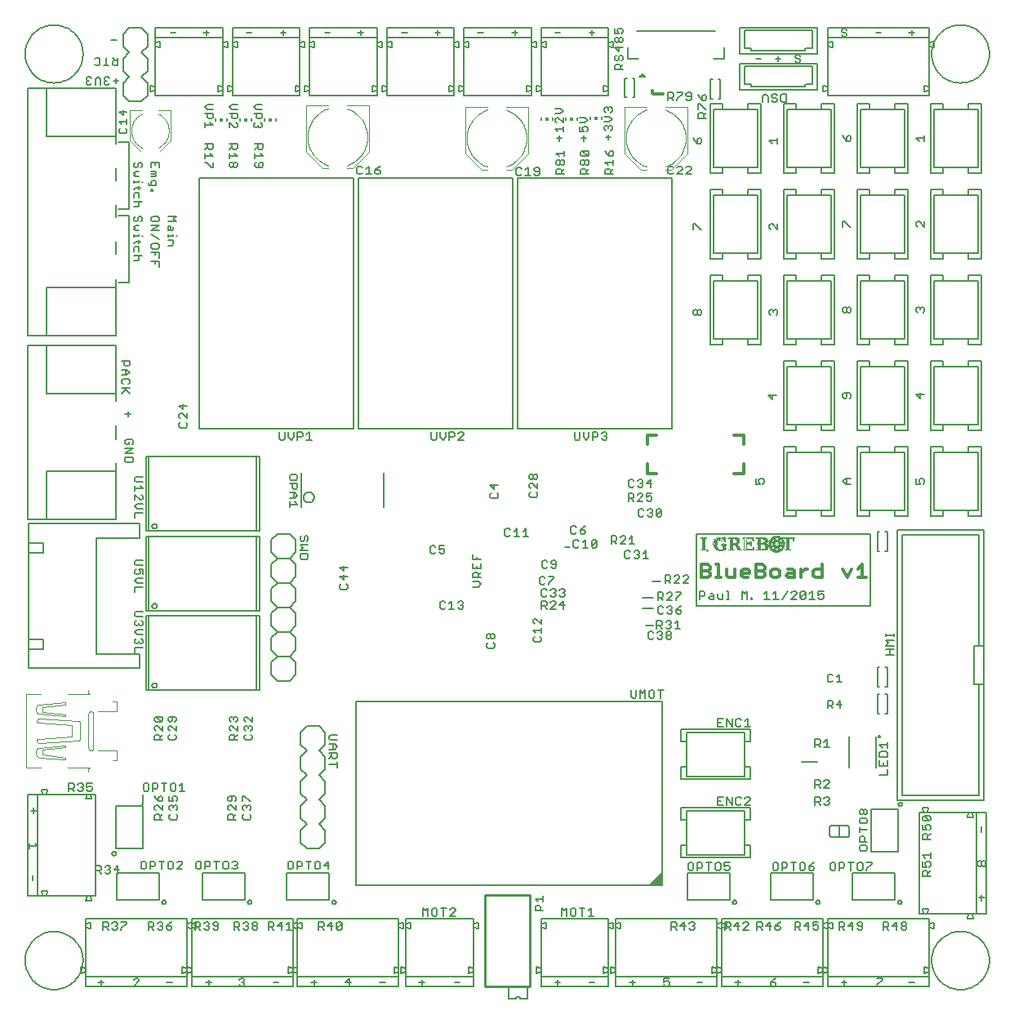
<source format=gto>
G75*
G70*
%OFA0B0*%
%FSLAX24Y24*%
%IPPOS*%
%LPD*%
%AMOC8*
5,1,8,0,0,1.08239X$1,22.5*
%
%ADD10C,0.0080*%
%ADD11C,0.0060*%
%ADD12C,0.0130*%
%ADD13C,0.0120*%
%ADD14C,0.0040*%
%ADD15C,0.0050*%
%ADD16C,0.0100*%
%ADD17R,0.0059X0.0118*%
%ADD18R,0.0118X0.0118*%
%ADD19R,0.0010X0.0010*%
%ADD20R,0.0031X0.0010*%
%ADD21R,0.0021X0.0010*%
%ADD22R,0.0042X0.0010*%
%ADD23R,0.0052X0.0010*%
%ADD24R,0.0177X0.0010*%
%ADD25R,0.0301X0.0010*%
%ADD26R,0.0416X0.0010*%
%ADD27R,0.0322X0.0010*%
%ADD28R,0.0270X0.0010*%
%ADD29R,0.0281X0.0010*%
%ADD30R,0.0187X0.0010*%
%ADD31R,0.0478X0.0010*%
%ADD32R,0.0395X0.0010*%
%ADD33R,0.0104X0.0010*%
%ADD34R,0.0197X0.0010*%
%ADD35R,0.0426X0.0010*%
%ADD36R,0.0166X0.0010*%
%ADD37R,0.0374X0.0010*%
%ADD38R,0.0083X0.0010*%
%ADD39R,0.0457X0.0010*%
%ADD40R,0.0208X0.0010*%
%ADD41R,0.0249X0.0010*%
%ADD42R,0.0468X0.0010*%
%ADD43R,0.0218X0.0010*%
%ADD44R,0.0135X0.0010*%
%ADD45R,0.0146X0.0010*%
%ADD46R,0.0156X0.0010*%
%ADD47R,0.0239X0.0010*%
%ADD48R,0.0062X0.0010*%
%ADD49R,0.0094X0.0010*%
%ADD50R,0.0073X0.0010*%
%ADD51R,0.0229X0.0010*%
%ADD52R,0.0811X0.0010*%
%ADD53R,0.0634X0.0010*%
%ADD54R,0.0260X0.0010*%
%ADD55R,0.0125X0.0010*%
%ADD56R,0.0114X0.0010*%
%ADD57R,0.0333X0.0010*%
%ADD58R,0.0312X0.0010*%
%ADD59R,0.0343X0.0010*%
%ADD60R,0.0385X0.0010*%
%ADD61R,0.0364X0.0010*%
%ADD62R,0.0655X0.0010*%
%ADD63R,0.0447X0.0010*%
%ADD64R,0.0676X0.0010*%
%ADD65R,0.0437X0.0010*%
%ADD66R,0.0353X0.0010*%
%ADD67R,0.0405X0.0010*%
%ADD68R,0.0686X0.0010*%
%ADD69R,0.0707X0.0010*%
D10*
X004496Y003078D02*
X004498Y003147D01*
X004504Y003215D01*
X004514Y003283D01*
X004528Y003350D01*
X004546Y003417D01*
X004567Y003482D01*
X004593Y003546D01*
X004622Y003608D01*
X004654Y003668D01*
X004690Y003727D01*
X004730Y003783D01*
X004772Y003837D01*
X004818Y003888D01*
X004867Y003937D01*
X004918Y003983D01*
X004972Y004025D01*
X005028Y004065D01*
X005086Y004101D01*
X005147Y004133D01*
X005209Y004162D01*
X005273Y004188D01*
X005338Y004209D01*
X005405Y004227D01*
X005472Y004241D01*
X005540Y004251D01*
X005608Y004257D01*
X005677Y004259D01*
X005746Y004257D01*
X005814Y004251D01*
X005882Y004241D01*
X005949Y004227D01*
X006016Y004209D01*
X006081Y004188D01*
X006145Y004162D01*
X006207Y004133D01*
X006267Y004101D01*
X006326Y004065D01*
X006382Y004025D01*
X006436Y003983D01*
X006487Y003937D01*
X006536Y003888D01*
X006582Y003837D01*
X006624Y003783D01*
X006664Y003727D01*
X006700Y003668D01*
X006732Y003608D01*
X006761Y003546D01*
X006787Y003482D01*
X006808Y003417D01*
X006826Y003350D01*
X006840Y003283D01*
X006850Y003215D01*
X006856Y003147D01*
X006858Y003078D01*
X006856Y003009D01*
X006850Y002941D01*
X006840Y002873D01*
X006826Y002806D01*
X006808Y002739D01*
X006787Y002674D01*
X006761Y002610D01*
X006732Y002548D01*
X006700Y002487D01*
X006664Y002429D01*
X006624Y002373D01*
X006582Y002319D01*
X006536Y002268D01*
X006487Y002219D01*
X006436Y002173D01*
X006382Y002131D01*
X006326Y002091D01*
X006268Y002055D01*
X006207Y002023D01*
X006145Y001994D01*
X006081Y001968D01*
X006016Y001947D01*
X005949Y001929D01*
X005882Y001915D01*
X005814Y001905D01*
X005746Y001899D01*
X005677Y001897D01*
X005608Y001899D01*
X005540Y001905D01*
X005472Y001915D01*
X005405Y001929D01*
X005338Y001947D01*
X005273Y001968D01*
X005209Y001994D01*
X005147Y002023D01*
X005086Y002055D01*
X005028Y002091D01*
X004972Y002131D01*
X004918Y002173D01*
X004867Y002219D01*
X004818Y002268D01*
X004772Y002319D01*
X004730Y002373D01*
X004690Y002429D01*
X004654Y002487D01*
X004622Y002548D01*
X004593Y002610D01*
X004567Y002674D01*
X004546Y002739D01*
X004528Y002806D01*
X004514Y002873D01*
X004504Y002941D01*
X004498Y003009D01*
X004496Y003078D01*
X007486Y002197D02*
X007700Y002197D01*
X007593Y002091D02*
X007593Y002304D01*
X008936Y002304D02*
X008990Y002358D01*
X009096Y002358D01*
X009150Y002304D01*
X009150Y002251D01*
X008936Y002037D01*
X009150Y002037D01*
X010286Y002197D02*
X010500Y002197D01*
X011886Y002197D02*
X012100Y002197D01*
X011993Y002091D02*
X011993Y002304D01*
X013236Y002304D02*
X013290Y002358D01*
X013396Y002358D01*
X013450Y002304D01*
X013450Y002251D01*
X013396Y002197D01*
X013450Y002144D01*
X013450Y002091D01*
X013396Y002037D01*
X013290Y002037D01*
X013236Y002091D01*
X013343Y002197D02*
X013396Y002197D01*
X014636Y002197D02*
X014850Y002197D01*
X016186Y002197D02*
X016400Y002197D01*
X016293Y002091D02*
X016293Y002304D01*
X017586Y002197D02*
X017800Y002197D01*
X017746Y002037D02*
X017746Y002358D01*
X017586Y002197D01*
X018986Y002197D02*
X019200Y002197D01*
X020586Y002197D02*
X020800Y002197D01*
X020693Y002091D02*
X020693Y002304D01*
X022036Y002197D02*
X022250Y002197D01*
X022056Y004905D02*
X021842Y004905D01*
X022056Y005118D01*
X022056Y005171D01*
X022003Y005225D01*
X021896Y005225D01*
X021842Y005171D01*
X021688Y005225D02*
X021474Y005225D01*
X021581Y005225D02*
X021581Y004905D01*
X021319Y004958D02*
X021319Y005171D01*
X021266Y005225D01*
X021159Y005225D01*
X021106Y005171D01*
X021106Y004958D01*
X021159Y004905D01*
X021266Y004905D01*
X021319Y004958D01*
X020951Y004905D02*
X020951Y005225D01*
X020844Y005118D01*
X020738Y005225D01*
X020738Y004905D01*
X017432Y004604D02*
X017218Y004391D01*
X017271Y004337D01*
X017378Y004337D01*
X017432Y004391D01*
X017432Y004604D01*
X017378Y004658D01*
X017271Y004658D01*
X017218Y004604D01*
X017218Y004391D01*
X017063Y004497D02*
X016850Y004497D01*
X017010Y004658D01*
X017010Y004337D01*
X016695Y004337D02*
X016588Y004444D01*
X016642Y004444D02*
X016481Y004444D01*
X016481Y004337D02*
X016481Y004658D01*
X016642Y004658D01*
X016695Y004604D01*
X016695Y004497D01*
X016642Y004444D01*
X015382Y004337D02*
X015168Y004337D01*
X015275Y004337D02*
X015275Y004658D01*
X015168Y004551D01*
X015013Y004497D02*
X014800Y004497D01*
X014960Y004658D01*
X014960Y004337D01*
X014645Y004337D02*
X014538Y004444D01*
X014592Y004444D02*
X014431Y004444D01*
X014431Y004337D02*
X014431Y004658D01*
X014592Y004658D01*
X014645Y004604D01*
X014645Y004497D01*
X014592Y004444D01*
X013982Y004444D02*
X013982Y004391D01*
X013928Y004337D01*
X013821Y004337D01*
X013768Y004391D01*
X013768Y004444D01*
X013821Y004497D01*
X013928Y004497D01*
X013982Y004444D01*
X013928Y004497D02*
X013982Y004551D01*
X013982Y004604D01*
X013928Y004658D01*
X013821Y004658D01*
X013768Y004604D01*
X013768Y004551D01*
X013821Y004497D01*
X013613Y004444D02*
X013613Y004391D01*
X013560Y004337D01*
X013453Y004337D01*
X013400Y004391D01*
X013506Y004497D02*
X013560Y004497D01*
X013613Y004444D01*
X013560Y004497D02*
X013613Y004551D01*
X013613Y004604D01*
X013560Y004658D01*
X013453Y004658D01*
X013400Y004604D01*
X013245Y004604D02*
X013245Y004497D01*
X013192Y004444D01*
X013031Y004444D01*
X013031Y004337D02*
X013031Y004658D01*
X013192Y004658D01*
X013245Y004604D01*
X013138Y004444D02*
X013245Y004337D01*
X012382Y004391D02*
X012382Y004604D01*
X012328Y004658D01*
X012221Y004658D01*
X012168Y004604D01*
X012168Y004551D01*
X012221Y004497D01*
X012382Y004497D01*
X012382Y004391D02*
X012328Y004337D01*
X012221Y004337D01*
X012168Y004391D01*
X012013Y004391D02*
X011960Y004337D01*
X011853Y004337D01*
X011800Y004391D01*
X011906Y004497D02*
X011960Y004497D01*
X012013Y004444D01*
X012013Y004391D01*
X011960Y004497D02*
X012013Y004551D01*
X012013Y004604D01*
X011960Y004658D01*
X011853Y004658D01*
X011800Y004604D01*
X011645Y004604D02*
X011645Y004497D01*
X011592Y004444D01*
X011431Y004444D01*
X011431Y004337D02*
X011431Y004658D01*
X011592Y004658D01*
X011645Y004604D01*
X011538Y004444D02*
X011645Y004337D01*
X010482Y004391D02*
X010482Y004444D01*
X010428Y004497D01*
X010268Y004497D01*
X010268Y004391D01*
X010321Y004337D01*
X010428Y004337D01*
X010482Y004391D01*
X010375Y004604D02*
X010268Y004497D01*
X010375Y004604D02*
X010482Y004658D01*
X010113Y004604D02*
X010113Y004551D01*
X010060Y004497D01*
X010113Y004444D01*
X010113Y004391D01*
X010060Y004337D01*
X009953Y004337D01*
X009900Y004391D01*
X010006Y004497D02*
X010060Y004497D01*
X010113Y004604D02*
X010060Y004658D01*
X009953Y004658D01*
X009900Y004604D01*
X009745Y004604D02*
X009745Y004497D01*
X009692Y004444D01*
X009531Y004444D01*
X009531Y004337D02*
X009531Y004658D01*
X009692Y004658D01*
X009745Y004604D01*
X009638Y004444D02*
X009745Y004337D01*
X008632Y004604D02*
X008418Y004391D01*
X008418Y004337D01*
X008263Y004391D02*
X008210Y004337D01*
X008103Y004337D01*
X008050Y004391D01*
X008156Y004497D02*
X008210Y004497D01*
X008263Y004444D01*
X008263Y004391D01*
X008210Y004497D02*
X008263Y004551D01*
X008263Y004604D01*
X008210Y004658D01*
X008103Y004658D01*
X008050Y004604D01*
X007895Y004604D02*
X007895Y004497D01*
X007842Y004444D01*
X007681Y004444D01*
X007681Y004337D02*
X007681Y004658D01*
X007842Y004658D01*
X007895Y004604D01*
X007788Y004444D02*
X007895Y004337D01*
X008418Y004658D02*
X008632Y004658D01*
X008632Y004604D01*
X008283Y006637D02*
X008283Y006958D01*
X008123Y006797D01*
X008336Y006797D01*
X007968Y006744D02*
X007968Y006691D01*
X007915Y006637D01*
X007808Y006637D01*
X007755Y006691D01*
X007861Y006797D02*
X007915Y006797D01*
X007968Y006744D01*
X007915Y006797D02*
X007968Y006851D01*
X007968Y006904D01*
X007915Y006958D01*
X007808Y006958D01*
X007755Y006904D01*
X007600Y006904D02*
X007600Y006797D01*
X007546Y006744D01*
X007386Y006744D01*
X007386Y006637D02*
X007386Y006958D01*
X007546Y006958D01*
X007600Y006904D01*
X007493Y006744D02*
X007600Y006637D01*
X009220Y006860D02*
X009274Y006807D01*
X009380Y006807D01*
X009434Y006860D01*
X009434Y007073D01*
X009380Y007127D01*
X009274Y007127D01*
X009220Y007073D01*
X009220Y006860D01*
X009588Y006913D02*
X009749Y006913D01*
X009802Y006967D01*
X009802Y007073D01*
X009749Y007127D01*
X009588Y007127D01*
X009588Y006807D01*
X010064Y006807D02*
X010064Y007127D01*
X010170Y007127D02*
X009957Y007127D01*
X010325Y007073D02*
X010325Y006860D01*
X010379Y006807D01*
X010485Y006807D01*
X010539Y006860D01*
X010539Y007073D01*
X010485Y007127D01*
X010379Y007127D01*
X010325Y007073D01*
X010693Y007073D02*
X010747Y007127D01*
X010854Y007127D01*
X010907Y007073D01*
X010907Y007020D01*
X010693Y006807D01*
X010907Y006807D01*
X011470Y006860D02*
X011524Y006807D01*
X011630Y006807D01*
X011684Y006860D01*
X011684Y007073D01*
X011630Y007127D01*
X011524Y007127D01*
X011470Y007073D01*
X011470Y006860D01*
X011838Y006913D02*
X011999Y006913D01*
X012052Y006967D01*
X012052Y007073D01*
X011999Y007127D01*
X011838Y007127D01*
X011838Y006807D01*
X012314Y006807D02*
X012314Y007127D01*
X012420Y007127D02*
X012207Y007127D01*
X012575Y007073D02*
X012575Y006860D01*
X012629Y006807D01*
X012735Y006807D01*
X012789Y006860D01*
X012789Y007073D01*
X012735Y007127D01*
X012629Y007127D01*
X012575Y007073D01*
X012943Y007073D02*
X012997Y007127D01*
X013104Y007127D01*
X013157Y007073D01*
X013157Y007020D01*
X013104Y006967D01*
X013157Y006913D01*
X013157Y006860D01*
X013104Y006807D01*
X012997Y006807D01*
X012943Y006860D01*
X013050Y006967D02*
X013104Y006967D01*
X013106Y008837D02*
X012786Y008837D01*
X012786Y008997D01*
X012839Y009051D01*
X012946Y009051D01*
X013000Y008997D01*
X013000Y008837D01*
X013000Y008944D02*
X013106Y009051D01*
X013106Y009206D02*
X012893Y009419D01*
X012839Y009419D01*
X012786Y009366D01*
X012786Y009259D01*
X012839Y009206D01*
X013106Y009206D02*
X013106Y009419D01*
X013053Y009574D02*
X013106Y009627D01*
X013106Y009734D01*
X013053Y009787D01*
X012839Y009787D01*
X012786Y009734D01*
X012786Y009627D01*
X012839Y009574D01*
X012893Y009574D01*
X012946Y009627D01*
X012946Y009787D01*
X013386Y009787D02*
X013439Y009787D01*
X013653Y009574D01*
X013706Y009574D01*
X013653Y009419D02*
X013706Y009366D01*
X013706Y009259D01*
X013653Y009206D01*
X013546Y009312D02*
X013546Y009366D01*
X013600Y009419D01*
X013653Y009419D01*
X013546Y009366D02*
X013493Y009419D01*
X013439Y009419D01*
X013386Y009366D01*
X013386Y009259D01*
X013439Y009206D01*
X013439Y009051D02*
X013386Y008997D01*
X013386Y008891D01*
X013439Y008837D01*
X013653Y008837D01*
X013706Y008891D01*
X013706Y008997D01*
X013653Y009051D01*
X013386Y009574D02*
X013386Y009787D01*
X013489Y012087D02*
X013703Y012087D01*
X013756Y012141D01*
X013756Y012247D01*
X013703Y012301D01*
X013703Y012456D02*
X013756Y012509D01*
X013756Y012616D01*
X013703Y012669D01*
X013650Y012669D01*
X013596Y012616D01*
X013596Y012562D01*
X013596Y012616D02*
X013543Y012669D01*
X013489Y012669D01*
X013436Y012616D01*
X013436Y012509D01*
X013489Y012456D01*
X013489Y012301D02*
X013436Y012247D01*
X013436Y012141D01*
X013489Y012087D01*
X013156Y012087D02*
X012836Y012087D01*
X012836Y012247D01*
X012889Y012301D01*
X012996Y012301D01*
X013050Y012247D01*
X013050Y012087D01*
X013050Y012194D02*
X013156Y012301D01*
X013156Y012456D02*
X012943Y012669D01*
X012889Y012669D01*
X012836Y012616D01*
X012836Y012509D01*
X012889Y012456D01*
X013156Y012456D02*
X013156Y012669D01*
X013103Y012824D02*
X013156Y012877D01*
X013156Y012984D01*
X013103Y013037D01*
X013050Y013037D01*
X012996Y012984D01*
X012996Y012931D01*
X012996Y012984D02*
X012943Y013037D01*
X012889Y013037D01*
X012836Y012984D01*
X012836Y012877D01*
X012889Y012824D01*
X013436Y012877D02*
X013489Y012824D01*
X013436Y012877D02*
X013436Y012984D01*
X013489Y013037D01*
X013543Y013037D01*
X013756Y012824D01*
X013756Y013037D01*
X014802Y014492D02*
X015302Y014492D01*
X015552Y014742D01*
X015552Y015242D01*
X015302Y015492D01*
X014802Y015492D01*
X014552Y015742D01*
X014552Y016242D01*
X014802Y016492D01*
X015302Y016492D01*
X015552Y016242D01*
X015552Y015742D01*
X015302Y015492D01*
X014802Y015492D02*
X014552Y015242D01*
X014552Y014742D01*
X014802Y014492D01*
X015996Y012647D02*
X015746Y012397D01*
X015746Y011897D01*
X015996Y011647D01*
X015746Y011397D01*
X015746Y010897D01*
X015996Y010647D01*
X015746Y010397D01*
X015746Y009897D01*
X015996Y009647D01*
X015746Y009397D01*
X015746Y008897D01*
X015996Y008647D01*
X015746Y008397D01*
X015746Y007897D01*
X015996Y007647D01*
X016496Y007647D01*
X016746Y007897D01*
X016746Y008397D01*
X016496Y008647D01*
X016746Y008897D01*
X016746Y009397D01*
X016496Y009647D01*
X016746Y009897D01*
X016746Y010397D01*
X016496Y010647D01*
X016746Y010897D01*
X016746Y011397D01*
X016496Y011647D01*
X016746Y011897D01*
X016746Y012397D01*
X016496Y012647D01*
X015996Y012647D01*
X016906Y012234D02*
X016906Y012127D01*
X016960Y012074D01*
X017227Y012074D01*
X017120Y011919D02*
X017227Y011812D01*
X017120Y011705D01*
X016906Y011705D01*
X016906Y011551D02*
X017227Y011551D01*
X017227Y011390D01*
X017173Y011337D01*
X017066Y011337D01*
X017013Y011390D01*
X017013Y011551D01*
X017013Y011444D02*
X016906Y011337D01*
X016906Y011076D02*
X017227Y011076D01*
X017227Y011182D02*
X017227Y010969D01*
X017066Y011705D02*
X017066Y011919D01*
X017120Y011919D02*
X016906Y011919D01*
X016906Y012234D02*
X016960Y012287D01*
X017227Y012287D01*
X015302Y016492D02*
X015552Y016742D01*
X015552Y017242D01*
X015302Y017492D01*
X014802Y017492D01*
X014552Y017742D01*
X014552Y018242D01*
X014802Y018492D01*
X015302Y018492D01*
X015552Y018242D01*
X015552Y017742D01*
X015302Y017492D01*
X014802Y017492D02*
X014552Y017242D01*
X014552Y016742D01*
X014802Y016492D01*
X014802Y018492D02*
X014552Y018742D01*
X014552Y019242D01*
X014802Y019492D01*
X015302Y019492D01*
X015552Y019242D01*
X015552Y018742D01*
X015302Y018492D01*
X015302Y019492D02*
X015552Y019742D01*
X015552Y020242D01*
X015302Y020492D01*
X014802Y020492D01*
X014552Y020242D01*
X014552Y019742D01*
X014802Y019492D01*
X015730Y019516D02*
X015730Y019676D01*
X016051Y019676D01*
X016051Y019516D01*
X015997Y019463D01*
X015784Y019463D01*
X015730Y019516D01*
X015730Y019831D02*
X016051Y019831D01*
X016051Y020044D02*
X015730Y020044D01*
X015837Y019938D01*
X015730Y019831D01*
X015784Y020199D02*
X015730Y020253D01*
X015730Y020359D01*
X015784Y020413D01*
X015891Y020359D02*
X015891Y020253D01*
X015837Y020199D01*
X015784Y020199D01*
X015891Y020359D02*
X015944Y020413D01*
X015997Y020413D01*
X016051Y020359D01*
X016051Y020253D01*
X015997Y020199D01*
X015619Y021700D02*
X015298Y021700D01*
X015298Y021807D02*
X015298Y021593D01*
X015512Y021807D02*
X015619Y021700D01*
X015512Y021961D02*
X015298Y021961D01*
X015458Y021961D02*
X015458Y022175D01*
X015512Y022175D02*
X015619Y022068D01*
X015512Y021961D01*
X015512Y022175D02*
X015298Y022175D01*
X015458Y022330D02*
X015405Y022383D01*
X015405Y022543D01*
X015298Y022543D02*
X015619Y022543D01*
X015619Y022383D01*
X015565Y022330D01*
X015458Y022330D01*
X015352Y022698D02*
X015565Y022698D01*
X015619Y022751D01*
X015619Y022858D01*
X015565Y022912D01*
X015352Y022912D01*
X015298Y022858D01*
X015298Y022751D01*
X015352Y022698D01*
X015356Y024338D02*
X015249Y024444D01*
X015249Y024658D01*
X015095Y024658D02*
X015095Y024391D01*
X015041Y024338D01*
X014935Y024338D01*
X014881Y024391D01*
X014881Y024658D01*
X015356Y024338D02*
X015463Y024444D01*
X015463Y024658D01*
X015618Y024658D02*
X015778Y024658D01*
X015831Y024605D01*
X015831Y024498D01*
X015778Y024444D01*
X015618Y024444D01*
X015618Y024338D02*
X015618Y024658D01*
X015986Y024551D02*
X016093Y024658D01*
X016093Y024338D01*
X015986Y024338D02*
X016200Y024338D01*
X011106Y024891D02*
X011106Y024997D01*
X011053Y025051D01*
X011106Y025206D02*
X010893Y025419D01*
X010839Y025419D01*
X010786Y025366D01*
X010786Y025259D01*
X010839Y025206D01*
X010839Y025051D02*
X010786Y024997D01*
X010786Y024891D01*
X010839Y024837D01*
X011053Y024837D01*
X011106Y024891D01*
X011106Y025206D02*
X011106Y025419D01*
X010946Y025574D02*
X010946Y025787D01*
X010786Y025734D02*
X010946Y025574D01*
X011106Y025734D02*
X010786Y025734D01*
X008800Y025397D02*
X008586Y025397D01*
X008693Y025291D02*
X008693Y025504D01*
X008757Y026239D02*
X008543Y026452D01*
X008596Y026399D02*
X008436Y026239D01*
X008436Y026452D02*
X008757Y026452D01*
X008703Y026607D02*
X008757Y026660D01*
X008757Y026767D01*
X008703Y026821D01*
X008490Y026821D01*
X008436Y026767D01*
X008436Y026660D01*
X008490Y026607D01*
X008436Y026975D02*
X008650Y026975D01*
X008757Y027082D01*
X008650Y027189D01*
X008436Y027189D01*
X008596Y027189D02*
X008596Y026975D01*
X008596Y027344D02*
X008543Y027397D01*
X008543Y027557D01*
X008436Y027557D02*
X008757Y027557D01*
X008757Y027397D01*
X008703Y027344D01*
X008596Y027344D01*
X008640Y024357D02*
X008586Y024304D01*
X008586Y024197D01*
X008640Y024144D01*
X008746Y024144D01*
X008746Y024250D01*
X008853Y024144D02*
X008907Y024197D01*
X008907Y024304D01*
X008853Y024357D01*
X008640Y024357D01*
X008586Y023989D02*
X008907Y023989D01*
X008586Y023775D01*
X008907Y023775D01*
X008907Y023621D02*
X008907Y023460D01*
X008853Y023407D01*
X008640Y023407D01*
X008586Y023460D01*
X008586Y023621D01*
X008907Y023621D01*
X009032Y022830D02*
X008979Y022777D01*
X008979Y022670D01*
X009032Y022617D01*
X009299Y022617D01*
X009192Y022462D02*
X009299Y022355D01*
X008979Y022355D01*
X008979Y022462D02*
X008979Y022248D01*
X008979Y022093D02*
X009192Y021880D01*
X009246Y021880D01*
X009299Y021933D01*
X009299Y022040D01*
X009246Y022093D01*
X008979Y022093D02*
X008979Y021880D01*
X009086Y021725D02*
X008979Y021618D01*
X009086Y021512D01*
X009299Y021512D01*
X009299Y021357D02*
X008979Y021357D01*
X008979Y021143D01*
X009086Y021725D02*
X009299Y021725D01*
X009299Y022830D02*
X009032Y022830D01*
X009032Y019430D02*
X008979Y019377D01*
X008979Y019270D01*
X009032Y019217D01*
X009299Y019217D01*
X009299Y019062D02*
X009139Y019062D01*
X009192Y018955D01*
X009192Y018902D01*
X009139Y018848D01*
X009032Y018848D01*
X008979Y018902D01*
X008979Y019008D01*
X009032Y019062D01*
X009299Y019062D02*
X009299Y018848D01*
X009299Y018693D02*
X009086Y018693D01*
X008979Y018587D01*
X009086Y018480D01*
X009299Y018480D01*
X009299Y018325D02*
X008979Y018325D01*
X008979Y018112D01*
X009032Y017330D02*
X008979Y017277D01*
X008979Y017170D01*
X009032Y017117D01*
X009299Y017117D01*
X009246Y016962D02*
X009299Y016908D01*
X009299Y016802D01*
X009246Y016748D01*
X009192Y016748D01*
X009139Y016802D01*
X009086Y016748D01*
X009032Y016748D01*
X008979Y016802D01*
X008979Y016908D01*
X009032Y016962D01*
X009139Y016855D02*
X009139Y016802D01*
X009086Y016593D02*
X008979Y016487D01*
X009086Y016380D01*
X009299Y016380D01*
X009246Y016225D02*
X009299Y016172D01*
X009299Y016065D01*
X009246Y016012D01*
X009192Y016012D01*
X009139Y016065D01*
X009086Y016012D01*
X009032Y016012D01*
X008979Y016065D01*
X008979Y016172D01*
X009032Y016225D01*
X009139Y016118D02*
X009139Y016065D01*
X009299Y015857D02*
X008979Y015857D01*
X008979Y015643D01*
X009086Y016593D02*
X009299Y016593D01*
X009299Y017330D02*
X009032Y017330D01*
X009032Y019430D02*
X009299Y019430D01*
X009839Y013037D02*
X010053Y012824D01*
X010106Y012877D01*
X010106Y012984D01*
X010053Y013037D01*
X009839Y013037D01*
X009786Y012984D01*
X009786Y012877D01*
X009839Y012824D01*
X010053Y012824D01*
X010106Y012669D02*
X010106Y012456D01*
X009893Y012669D01*
X009839Y012669D01*
X009786Y012616D01*
X009786Y012509D01*
X009839Y012456D01*
X009839Y012301D02*
X009946Y012301D01*
X010000Y012247D01*
X010000Y012087D01*
X010106Y012087D02*
X009786Y012087D01*
X009786Y012247D01*
X009839Y012301D01*
X010000Y012194D02*
X010106Y012301D01*
X010336Y012247D02*
X010336Y012141D01*
X010389Y012087D01*
X010603Y012087D01*
X010656Y012141D01*
X010656Y012247D01*
X010603Y012301D01*
X010656Y012456D02*
X010443Y012669D01*
X010389Y012669D01*
X010336Y012616D01*
X010336Y012509D01*
X010389Y012456D01*
X010389Y012301D02*
X010336Y012247D01*
X010656Y012456D02*
X010656Y012669D01*
X010603Y012824D02*
X010656Y012877D01*
X010656Y012984D01*
X010603Y013037D01*
X010389Y013037D01*
X010336Y012984D01*
X010336Y012877D01*
X010389Y012824D01*
X010443Y012824D01*
X010496Y012877D01*
X010496Y013037D01*
X010490Y010317D02*
X010436Y010263D01*
X010436Y010050D01*
X010490Y009996D01*
X010596Y009996D01*
X010650Y010050D01*
X010650Y010263D01*
X010596Y010317D01*
X010490Y010317D01*
X010281Y010317D02*
X010068Y010317D01*
X010175Y010317D02*
X010175Y009996D01*
X010053Y009787D02*
X010000Y009787D01*
X009946Y009734D01*
X009946Y009574D01*
X010053Y009574D01*
X010106Y009627D01*
X010106Y009734D01*
X010053Y009787D01*
X009839Y009681D02*
X009946Y009574D01*
X009839Y009681D02*
X009786Y009787D01*
X009700Y009996D02*
X009700Y010317D01*
X009860Y010317D01*
X009913Y010263D01*
X009913Y010156D01*
X009860Y010103D01*
X009700Y010103D01*
X009545Y010050D02*
X009545Y010263D01*
X009491Y010317D01*
X009385Y010317D01*
X009331Y010263D01*
X009331Y010050D01*
X009385Y009996D01*
X009491Y009996D01*
X009545Y010050D01*
X010386Y009787D02*
X010386Y009574D01*
X010546Y009574D01*
X010493Y009681D01*
X010493Y009734D01*
X010546Y009787D01*
X010653Y009787D01*
X010706Y009734D01*
X010706Y009627D01*
X010653Y009574D01*
X010653Y009419D02*
X010706Y009366D01*
X010706Y009259D01*
X010653Y009206D01*
X010546Y009312D02*
X010546Y009366D01*
X010600Y009419D01*
X010653Y009419D01*
X010546Y009366D02*
X010493Y009419D01*
X010439Y009419D01*
X010386Y009366D01*
X010386Y009259D01*
X010439Y009206D01*
X010439Y009051D02*
X010386Y008997D01*
X010386Y008891D01*
X010439Y008837D01*
X010653Y008837D01*
X010706Y008891D01*
X010706Y008997D01*
X010653Y009051D01*
X010106Y009051D02*
X010000Y008944D01*
X010000Y008997D02*
X010000Y008837D01*
X010106Y008837D02*
X009786Y008837D01*
X009786Y008997D01*
X009839Y009051D01*
X009946Y009051D01*
X010000Y008997D01*
X010106Y009206D02*
X009893Y009419D01*
X009839Y009419D01*
X009786Y009366D01*
X009786Y009259D01*
X009839Y009206D01*
X010106Y009206D02*
X010106Y009419D01*
X010804Y009996D02*
X011018Y009996D01*
X010911Y009996D02*
X010911Y010317D01*
X010804Y010210D01*
X007232Y010147D02*
X007232Y010041D01*
X007178Y009987D01*
X007071Y009987D01*
X007018Y010041D01*
X007018Y010147D02*
X007125Y010201D01*
X007178Y010201D01*
X007232Y010147D01*
X007232Y010308D02*
X007018Y010308D01*
X007018Y010147D01*
X006863Y010094D02*
X006863Y010041D01*
X006810Y009987D01*
X006703Y009987D01*
X006650Y010041D01*
X006756Y010147D02*
X006810Y010147D01*
X006863Y010094D01*
X006810Y010147D02*
X006863Y010201D01*
X006863Y010254D01*
X006810Y010308D01*
X006703Y010308D01*
X006650Y010254D01*
X006495Y010254D02*
X006495Y010147D01*
X006442Y010094D01*
X006281Y010094D01*
X006281Y009987D02*
X006281Y010308D01*
X006442Y010308D01*
X006495Y010254D01*
X006388Y010094D02*
X006495Y009987D01*
X004953Y009200D02*
X004740Y009200D01*
X004846Y009094D02*
X004846Y009307D01*
X004900Y007857D02*
X005007Y007750D01*
X004686Y007750D01*
X004686Y007644D02*
X004686Y007857D01*
X004796Y006557D02*
X004796Y006344D01*
X015220Y006860D02*
X015274Y006807D01*
X015380Y006807D01*
X015434Y006860D01*
X015434Y007073D01*
X015380Y007127D01*
X015274Y007127D01*
X015220Y007073D01*
X015220Y006860D01*
X015588Y006913D02*
X015749Y006913D01*
X015802Y006967D01*
X015802Y007073D01*
X015749Y007127D01*
X015588Y007127D01*
X015588Y006807D01*
X016064Y006807D02*
X016064Y007127D01*
X016170Y007127D02*
X015957Y007127D01*
X016325Y007073D02*
X016325Y006860D01*
X016379Y006807D01*
X016485Y006807D01*
X016539Y006860D01*
X016539Y007073D01*
X016485Y007127D01*
X016379Y007127D01*
X016325Y007073D01*
X016693Y006967D02*
X016907Y006967D01*
X016854Y007127D02*
X016693Y006967D01*
X016854Y006807D02*
X016854Y007127D01*
X025320Y005601D02*
X025640Y005601D01*
X025640Y005494D02*
X025640Y005708D01*
X025426Y005494D02*
X025320Y005601D01*
X025373Y005339D02*
X025480Y005339D01*
X025533Y005286D01*
X025533Y005126D01*
X025640Y005126D02*
X025320Y005126D01*
X025320Y005286D01*
X025373Y005339D01*
X026399Y005225D02*
X026399Y004905D01*
X026613Y004905D02*
X026613Y005225D01*
X026506Y005118D01*
X026399Y005225D01*
X026768Y005171D02*
X026768Y004958D01*
X026821Y004905D01*
X026928Y004905D01*
X026981Y004958D01*
X026981Y005171D01*
X026928Y005225D01*
X026821Y005225D01*
X026768Y005171D01*
X027136Y005225D02*
X027349Y005225D01*
X027243Y005225D02*
X027243Y004905D01*
X027504Y004905D02*
X027718Y004905D01*
X027611Y004905D02*
X027611Y005225D01*
X027504Y005118D01*
X026243Y002304D02*
X026243Y002091D01*
X026136Y002197D02*
X026350Y002197D01*
X027536Y002197D02*
X027750Y002197D01*
X029186Y002197D02*
X029400Y002197D01*
X029293Y002091D02*
X029293Y002304D01*
X030586Y002358D02*
X030586Y002197D01*
X030693Y002251D01*
X030746Y002251D01*
X030800Y002197D01*
X030800Y002091D01*
X030746Y002037D01*
X030640Y002037D01*
X030586Y002091D01*
X030586Y002358D02*
X030800Y002358D01*
X031936Y002197D02*
X032150Y002197D01*
X033486Y002197D02*
X033700Y002197D01*
X033593Y002091D02*
X033593Y002304D01*
X034936Y002197D02*
X035096Y002197D01*
X035150Y002144D01*
X035150Y002091D01*
X035096Y002037D01*
X034990Y002037D01*
X034936Y002091D01*
X034936Y002197D01*
X035043Y002304D01*
X035150Y002358D01*
X036286Y002197D02*
X036500Y002197D01*
X037836Y002197D02*
X038050Y002197D01*
X037943Y002091D02*
X037943Y002304D01*
X039286Y002358D02*
X039500Y002358D01*
X039500Y002304D01*
X039286Y002091D01*
X039286Y002037D01*
X040586Y002197D02*
X040800Y002197D01*
X041504Y003078D02*
X041506Y003147D01*
X041512Y003215D01*
X041522Y003283D01*
X041536Y003350D01*
X041554Y003417D01*
X041575Y003482D01*
X041601Y003546D01*
X041630Y003608D01*
X041662Y003668D01*
X041698Y003727D01*
X041738Y003783D01*
X041780Y003837D01*
X041826Y003888D01*
X041875Y003937D01*
X041926Y003983D01*
X041980Y004025D01*
X042036Y004065D01*
X042094Y004101D01*
X042155Y004133D01*
X042217Y004162D01*
X042281Y004188D01*
X042346Y004209D01*
X042413Y004227D01*
X042480Y004241D01*
X042548Y004251D01*
X042616Y004257D01*
X042685Y004259D01*
X042754Y004257D01*
X042822Y004251D01*
X042890Y004241D01*
X042957Y004227D01*
X043024Y004209D01*
X043089Y004188D01*
X043153Y004162D01*
X043215Y004133D01*
X043275Y004101D01*
X043334Y004065D01*
X043390Y004025D01*
X043444Y003983D01*
X043495Y003937D01*
X043544Y003888D01*
X043590Y003837D01*
X043632Y003783D01*
X043672Y003727D01*
X043708Y003668D01*
X043740Y003608D01*
X043769Y003546D01*
X043795Y003482D01*
X043816Y003417D01*
X043834Y003350D01*
X043848Y003283D01*
X043858Y003215D01*
X043864Y003147D01*
X043866Y003078D01*
X043864Y003009D01*
X043858Y002941D01*
X043848Y002873D01*
X043834Y002806D01*
X043816Y002739D01*
X043795Y002674D01*
X043769Y002610D01*
X043740Y002548D01*
X043708Y002487D01*
X043672Y002429D01*
X043632Y002373D01*
X043590Y002319D01*
X043544Y002268D01*
X043495Y002219D01*
X043444Y002173D01*
X043390Y002131D01*
X043334Y002091D01*
X043276Y002055D01*
X043215Y002023D01*
X043153Y001994D01*
X043089Y001968D01*
X043024Y001947D01*
X042957Y001929D01*
X042890Y001915D01*
X042822Y001905D01*
X042754Y001899D01*
X042685Y001897D01*
X042616Y001899D01*
X042548Y001905D01*
X042480Y001915D01*
X042413Y001929D01*
X042346Y001947D01*
X042281Y001968D01*
X042217Y001994D01*
X042155Y002023D01*
X042094Y002055D01*
X042036Y002091D01*
X041980Y002131D01*
X041926Y002173D01*
X041875Y002219D01*
X041826Y002268D01*
X041780Y002319D01*
X041738Y002373D01*
X041698Y002429D01*
X041662Y002487D01*
X041630Y002548D01*
X041601Y002610D01*
X041575Y002674D01*
X041554Y002739D01*
X041536Y002806D01*
X041522Y002873D01*
X041512Y002941D01*
X041506Y003009D01*
X041504Y003078D01*
X040428Y004337D02*
X040321Y004337D01*
X040268Y004391D01*
X040268Y004444D01*
X040321Y004497D01*
X040428Y004497D01*
X040482Y004444D01*
X040482Y004391D01*
X040428Y004337D01*
X040428Y004497D02*
X040482Y004551D01*
X040482Y004604D01*
X040428Y004658D01*
X040321Y004658D01*
X040268Y004604D01*
X040268Y004551D01*
X040321Y004497D01*
X040113Y004497D02*
X039900Y004497D01*
X040060Y004658D01*
X040060Y004337D01*
X039745Y004337D02*
X039638Y004444D01*
X039692Y004444D02*
X039531Y004444D01*
X039531Y004337D02*
X039531Y004658D01*
X039692Y004658D01*
X039745Y004604D01*
X039745Y004497D01*
X039692Y004444D01*
X038682Y004497D02*
X038521Y004497D01*
X038468Y004551D01*
X038468Y004604D01*
X038521Y004658D01*
X038628Y004658D01*
X038682Y004604D01*
X038682Y004391D01*
X038628Y004337D01*
X038521Y004337D01*
X038468Y004391D01*
X038313Y004497D02*
X038100Y004497D01*
X038260Y004658D01*
X038260Y004337D01*
X037945Y004337D02*
X037838Y004444D01*
X037892Y004444D02*
X037731Y004444D01*
X037731Y004337D02*
X037731Y004658D01*
X037892Y004658D01*
X037945Y004604D01*
X037945Y004497D01*
X037892Y004444D01*
X036882Y004391D02*
X036828Y004337D01*
X036721Y004337D01*
X036668Y004391D01*
X036668Y004497D02*
X036775Y004551D01*
X036828Y004551D01*
X036882Y004497D01*
X036882Y004391D01*
X036668Y004497D02*
X036668Y004658D01*
X036882Y004658D01*
X036513Y004497D02*
X036300Y004497D01*
X036460Y004658D01*
X036460Y004337D01*
X036145Y004337D02*
X036038Y004444D01*
X036092Y004444D02*
X035931Y004444D01*
X035931Y004337D02*
X035931Y004658D01*
X036092Y004658D01*
X036145Y004604D01*
X036145Y004497D01*
X036092Y004444D01*
X035332Y004444D02*
X035278Y004497D01*
X035118Y004497D01*
X035118Y004391D01*
X035171Y004337D01*
X035278Y004337D01*
X035332Y004391D01*
X035332Y004444D01*
X035225Y004604D02*
X035118Y004497D01*
X035225Y004604D02*
X035332Y004658D01*
X034963Y004497D02*
X034750Y004497D01*
X034910Y004658D01*
X034910Y004337D01*
X034595Y004337D02*
X034488Y004444D01*
X034542Y004444D02*
X034381Y004444D01*
X034381Y004337D02*
X034381Y004658D01*
X034542Y004658D01*
X034595Y004604D01*
X034595Y004497D01*
X034542Y004444D01*
X034032Y004551D02*
X034032Y004604D01*
X033978Y004658D01*
X033871Y004658D01*
X033818Y004604D01*
X033663Y004497D02*
X033450Y004497D01*
X033610Y004658D01*
X033610Y004337D01*
X033818Y004337D02*
X034032Y004551D01*
X034032Y004337D02*
X033818Y004337D01*
X033295Y004337D02*
X033188Y004444D01*
X033242Y004444D02*
X033081Y004444D01*
X033081Y004337D02*
X033081Y004658D01*
X033242Y004658D01*
X033295Y004604D01*
X033295Y004497D01*
X033242Y004444D01*
X031832Y004444D02*
X031832Y004391D01*
X031778Y004337D01*
X031671Y004337D01*
X031618Y004391D01*
X031725Y004497D02*
X031778Y004497D01*
X031832Y004444D01*
X031778Y004497D02*
X031832Y004551D01*
X031832Y004604D01*
X031778Y004658D01*
X031671Y004658D01*
X031618Y004604D01*
X031463Y004497D02*
X031250Y004497D01*
X031410Y004658D01*
X031410Y004337D01*
X031095Y004337D02*
X030988Y004444D01*
X031042Y004444D02*
X030881Y004444D01*
X030881Y004337D02*
X030881Y004658D01*
X031042Y004658D01*
X031095Y004604D01*
X031095Y004497D01*
X031042Y004444D01*
X031624Y006757D02*
X031730Y006757D01*
X031784Y006810D01*
X031784Y007023D01*
X031730Y007077D01*
X031624Y007077D01*
X031570Y007023D01*
X031570Y006810D01*
X031624Y006757D01*
X031938Y006757D02*
X031938Y007077D01*
X032099Y007077D01*
X032152Y007023D01*
X032152Y006917D01*
X032099Y006863D01*
X031938Y006863D01*
X032307Y007077D02*
X032520Y007077D01*
X032414Y007077D02*
X032414Y006757D01*
X032675Y006810D02*
X032675Y007023D01*
X032729Y007077D01*
X032835Y007077D01*
X032889Y007023D01*
X032889Y006810D01*
X032835Y006757D01*
X032729Y006757D01*
X032675Y006810D01*
X033043Y006810D02*
X033097Y006757D01*
X033204Y006757D01*
X033257Y006810D01*
X033257Y006917D01*
X033204Y006970D01*
X033150Y006970D01*
X033043Y006917D01*
X033043Y007077D01*
X033257Y007077D01*
X035020Y007023D02*
X035020Y006810D01*
X035074Y006757D01*
X035180Y006757D01*
X035234Y006810D01*
X035234Y007023D01*
X035180Y007077D01*
X035074Y007077D01*
X035020Y007023D01*
X035388Y007077D02*
X035388Y006757D01*
X035388Y006863D02*
X035549Y006863D01*
X035602Y006917D01*
X035602Y007023D01*
X035549Y007077D01*
X035388Y007077D01*
X035757Y007077D02*
X035970Y007077D01*
X035864Y007077D02*
X035864Y006757D01*
X036125Y006810D02*
X036179Y006757D01*
X036285Y006757D01*
X036339Y006810D01*
X036339Y007023D01*
X036285Y007077D01*
X036179Y007077D01*
X036125Y007023D01*
X036125Y006810D01*
X036493Y006810D02*
X036493Y006917D01*
X036654Y006917D01*
X036707Y006863D01*
X036707Y006810D01*
X036654Y006757D01*
X036547Y006757D01*
X036493Y006810D01*
X036493Y006917D02*
X036600Y007023D01*
X036707Y007077D01*
X037370Y007023D02*
X037370Y006810D01*
X037424Y006757D01*
X037530Y006757D01*
X037584Y006810D01*
X037584Y007023D01*
X037530Y007077D01*
X037424Y007077D01*
X037370Y007023D01*
X037738Y007077D02*
X037738Y006757D01*
X037738Y006863D02*
X037899Y006863D01*
X037952Y006917D01*
X037952Y007023D01*
X037899Y007077D01*
X037738Y007077D01*
X038107Y007077D02*
X038320Y007077D01*
X038214Y007077D02*
X038214Y006757D01*
X038475Y006810D02*
X038529Y006757D01*
X038635Y006757D01*
X038689Y006810D01*
X038689Y007023D01*
X038635Y007077D01*
X038529Y007077D01*
X038475Y007023D01*
X038475Y006810D01*
X038843Y006810D02*
X039057Y007023D01*
X039057Y007077D01*
X038843Y007077D01*
X038843Y006810D02*
X038843Y006757D01*
X038829Y007571D02*
X038615Y007571D01*
X038562Y007624D01*
X038562Y007731D01*
X038615Y007785D01*
X038829Y007785D01*
X038882Y007731D01*
X038882Y007624D01*
X038829Y007571D01*
X038882Y007939D02*
X038562Y007939D01*
X038562Y008100D01*
X038615Y008153D01*
X038722Y008153D01*
X038776Y008100D01*
X038776Y007939D01*
X038562Y008308D02*
X038562Y008521D01*
X038562Y008414D02*
X038882Y008414D01*
X038829Y008676D02*
X038615Y008676D01*
X038562Y008729D01*
X038562Y008836D01*
X038615Y008890D01*
X038829Y008890D01*
X038882Y008836D01*
X038882Y008729D01*
X038829Y008676D01*
X038829Y009044D02*
X038776Y009044D01*
X038722Y009098D01*
X038722Y009204D01*
X038776Y009258D01*
X038829Y009258D01*
X038882Y009204D01*
X038882Y009098D01*
X038829Y009044D01*
X038722Y009098D02*
X038669Y009044D01*
X038615Y009044D01*
X038562Y009098D01*
X038562Y009204D01*
X038615Y009258D01*
X038669Y009258D01*
X038722Y009204D01*
X037332Y009491D02*
X037278Y009437D01*
X037171Y009437D01*
X037118Y009491D01*
X037225Y009597D02*
X037278Y009597D01*
X037332Y009544D01*
X037332Y009491D01*
X037278Y009597D02*
X037332Y009651D01*
X037332Y009704D01*
X037278Y009758D01*
X037171Y009758D01*
X037118Y009704D01*
X036963Y009704D02*
X036963Y009597D01*
X036910Y009544D01*
X036750Y009544D01*
X036856Y009544D02*
X036963Y009437D01*
X036750Y009437D02*
X036750Y009758D01*
X036910Y009758D01*
X036963Y009704D01*
X036963Y010137D02*
X036856Y010244D01*
X036910Y010244D02*
X036750Y010244D01*
X036750Y010137D02*
X036750Y010458D01*
X036910Y010458D01*
X036963Y010404D01*
X036963Y010297D01*
X036910Y010244D01*
X037118Y010137D02*
X037332Y010351D01*
X037332Y010404D01*
X037278Y010458D01*
X037171Y010458D01*
X037118Y010404D01*
X037118Y010137D02*
X037332Y010137D01*
X037332Y011787D02*
X037118Y011787D01*
X037225Y011787D02*
X037225Y012108D01*
X037118Y012001D01*
X036963Y012054D02*
X036963Y011947D01*
X036910Y011894D01*
X036750Y011894D01*
X036856Y011894D02*
X036963Y011787D01*
X036750Y011787D02*
X036750Y012108D01*
X036910Y012108D01*
X036963Y012054D01*
X037255Y013377D02*
X037255Y013697D01*
X037415Y013697D01*
X037469Y013644D01*
X037469Y013537D01*
X037415Y013484D01*
X037255Y013484D01*
X037362Y013484D02*
X037469Y013377D01*
X037624Y013537D02*
X037837Y013537D01*
X037784Y013377D02*
X037784Y013697D01*
X037624Y013537D01*
X037624Y014440D02*
X037837Y014440D01*
X037730Y014440D02*
X037730Y014760D01*
X037624Y014654D01*
X037469Y014707D02*
X037415Y014760D01*
X037309Y014760D01*
X037255Y014707D01*
X037255Y014493D01*
X037309Y014440D01*
X037415Y014440D01*
X037469Y014493D01*
X039640Y015569D02*
X039960Y015569D01*
X039800Y015569D02*
X039800Y015783D01*
X039640Y015783D02*
X039960Y015783D01*
X039960Y015937D02*
X039640Y015937D01*
X039747Y016044D01*
X039640Y016151D01*
X039960Y016151D01*
X039960Y016306D02*
X039960Y016413D01*
X039960Y016359D02*
X039640Y016359D01*
X039640Y016306D02*
X039640Y016413D01*
X038996Y017547D02*
X038996Y020497D01*
X031896Y020497D01*
X031896Y017547D01*
X038996Y017547D01*
X037099Y017891D02*
X037046Y017837D01*
X036939Y017837D01*
X036886Y017891D01*
X036886Y017997D02*
X036993Y018051D01*
X037046Y018051D01*
X037099Y017997D01*
X037099Y017891D01*
X036886Y017997D02*
X036886Y018158D01*
X037099Y018158D01*
X036624Y018158D02*
X036624Y017837D01*
X036517Y017837D02*
X036731Y017837D01*
X036517Y018051D02*
X036624Y018158D01*
X036363Y018104D02*
X036149Y017891D01*
X036203Y017837D01*
X036309Y017837D01*
X036363Y017891D01*
X036363Y018104D01*
X036309Y018158D01*
X036203Y018158D01*
X036149Y018104D01*
X036149Y017891D01*
X035994Y017837D02*
X035781Y017837D01*
X035994Y018051D01*
X035994Y018104D01*
X035941Y018158D01*
X035834Y018158D01*
X035781Y018104D01*
X035626Y018158D02*
X035413Y017837D01*
X035258Y017837D02*
X035044Y017837D01*
X035151Y017837D02*
X035151Y018158D01*
X035044Y018051D01*
X034889Y017837D02*
X034676Y017837D01*
X034783Y017837D02*
X034783Y018158D01*
X034676Y018051D01*
X034177Y017891D02*
X034177Y017837D01*
X034123Y017837D01*
X034123Y017891D01*
X034177Y017891D01*
X033969Y017837D02*
X033969Y018158D01*
X033862Y018051D01*
X033755Y018158D01*
X033755Y017837D01*
X033248Y017837D02*
X033141Y017837D01*
X033195Y017837D02*
X033195Y018158D01*
X033141Y018158D01*
X032986Y018051D02*
X032986Y017837D01*
X032826Y017837D01*
X032773Y017891D01*
X032773Y018051D01*
X032618Y017997D02*
X032618Y017837D01*
X032458Y017837D01*
X032405Y017891D01*
X032458Y017944D01*
X032618Y017944D01*
X032618Y017997D02*
X032565Y018051D01*
X032458Y018051D01*
X032250Y018104D02*
X032250Y017997D01*
X032196Y017944D01*
X032036Y017944D01*
X032036Y017837D02*
X032036Y018158D01*
X032196Y018158D01*
X032250Y018104D01*
X031586Y018487D02*
X031373Y018487D01*
X031586Y018701D01*
X031586Y018754D01*
X031533Y018808D01*
X031426Y018808D01*
X031373Y018754D01*
X031218Y018754D02*
X031165Y018808D01*
X031058Y018808D01*
X031005Y018754D01*
X030850Y018754D02*
X030850Y018647D01*
X030796Y018594D01*
X030636Y018594D01*
X030636Y018487D02*
X030636Y018808D01*
X030796Y018808D01*
X030850Y018754D01*
X030743Y018594D02*
X030850Y018487D01*
X031005Y018487D02*
X031218Y018701D01*
X031218Y018754D01*
X031218Y018487D02*
X031005Y018487D01*
X031073Y018108D02*
X031286Y018108D01*
X031286Y018054D01*
X031073Y017841D01*
X031073Y017787D01*
X030918Y017787D02*
X030705Y017787D01*
X030918Y018001D01*
X030918Y018054D01*
X030865Y018108D01*
X030758Y018108D01*
X030705Y018054D01*
X030550Y018054D02*
X030550Y017947D01*
X030496Y017894D01*
X030336Y017894D01*
X030336Y017787D02*
X030336Y018108D01*
X030496Y018108D01*
X030550Y018054D01*
X030443Y017894D02*
X030550Y017787D01*
X030496Y017558D02*
X030390Y017558D01*
X030336Y017504D01*
X030336Y017291D01*
X030390Y017237D01*
X030496Y017237D01*
X030550Y017291D01*
X030705Y017291D02*
X030758Y017237D01*
X030865Y017237D01*
X030918Y017291D01*
X030918Y017344D01*
X030865Y017397D01*
X030811Y017397D01*
X030865Y017397D02*
X030918Y017451D01*
X030918Y017504D01*
X030865Y017558D01*
X030758Y017558D01*
X030705Y017504D01*
X030550Y017504D02*
X030496Y017558D01*
X030446Y016958D02*
X030500Y016904D01*
X030500Y016797D01*
X030446Y016744D01*
X030286Y016744D01*
X030286Y016637D02*
X030286Y016958D01*
X030446Y016958D01*
X030655Y016904D02*
X030708Y016958D01*
X030815Y016958D01*
X030868Y016904D01*
X030868Y016851D01*
X030815Y016797D01*
X030868Y016744D01*
X030868Y016691D01*
X030815Y016637D01*
X030708Y016637D01*
X030655Y016691D01*
X030761Y016797D02*
X030815Y016797D01*
X031023Y016851D02*
X031130Y016958D01*
X031130Y016637D01*
X031236Y016637D02*
X031023Y016637D01*
X030886Y016454D02*
X030886Y016401D01*
X030833Y016347D01*
X030726Y016347D01*
X030673Y016401D01*
X030673Y016454D01*
X030726Y016508D01*
X030833Y016508D01*
X030886Y016454D01*
X030833Y016347D02*
X030886Y016294D01*
X030886Y016241D01*
X030833Y016187D01*
X030726Y016187D01*
X030673Y016241D01*
X030673Y016294D01*
X030726Y016347D01*
X030518Y016294D02*
X030518Y016241D01*
X030465Y016187D01*
X030358Y016187D01*
X030305Y016241D01*
X030411Y016347D02*
X030465Y016347D01*
X030518Y016294D01*
X030465Y016347D02*
X030518Y016401D01*
X030518Y016454D01*
X030465Y016508D01*
X030358Y016508D01*
X030305Y016454D01*
X030150Y016454D02*
X030096Y016508D01*
X029990Y016508D01*
X029936Y016454D01*
X029936Y016241D01*
X029990Y016187D01*
X030096Y016187D01*
X030150Y016241D01*
X030500Y016637D02*
X030393Y016744D01*
X031073Y017291D02*
X031073Y017397D01*
X031233Y017397D01*
X031286Y017344D01*
X031286Y017291D01*
X031233Y017237D01*
X031126Y017237D01*
X031073Y017291D01*
X031073Y017397D02*
X031180Y017504D01*
X031286Y017558D01*
X029936Y019487D02*
X029723Y019487D01*
X029830Y019487D02*
X029830Y019808D01*
X029723Y019701D01*
X029568Y019701D02*
X029515Y019647D01*
X029568Y019594D01*
X029568Y019541D01*
X029515Y019487D01*
X029408Y019487D01*
X029355Y019541D01*
X029461Y019647D02*
X029515Y019647D01*
X029568Y019701D02*
X029568Y019754D01*
X029515Y019808D01*
X029408Y019808D01*
X029355Y019754D01*
X029200Y019754D02*
X029146Y019808D01*
X029040Y019808D01*
X028986Y019754D01*
X028986Y019541D01*
X029040Y019487D01*
X029146Y019487D01*
X029200Y019541D01*
X029173Y020087D02*
X029386Y020087D01*
X029280Y020087D02*
X029280Y020408D01*
X029173Y020301D01*
X029018Y020301D02*
X029018Y020354D01*
X028965Y020408D01*
X028858Y020408D01*
X028805Y020354D01*
X028650Y020354D02*
X028650Y020247D01*
X028596Y020194D01*
X028436Y020194D01*
X028436Y020087D02*
X028436Y020408D01*
X028596Y020408D01*
X028650Y020354D01*
X028543Y020194D02*
X028650Y020087D01*
X028805Y020087D02*
X029018Y020301D01*
X029018Y020087D02*
X028805Y020087D01*
X027836Y019991D02*
X027783Y019937D01*
X027676Y019937D01*
X027623Y019991D01*
X027836Y020204D01*
X027836Y019991D01*
X027623Y019991D02*
X027623Y020204D01*
X027676Y020258D01*
X027783Y020258D01*
X027836Y020204D01*
X027468Y019937D02*
X027255Y019937D01*
X027361Y019937D02*
X027361Y020258D01*
X027255Y020151D01*
X027100Y020204D02*
X027046Y020258D01*
X026940Y020258D01*
X026886Y020204D01*
X026886Y019991D01*
X026940Y019937D01*
X027046Y019937D01*
X027100Y019991D01*
X027208Y020487D02*
X027315Y020487D01*
X027368Y020541D01*
X027368Y020594D01*
X027315Y020647D01*
X027155Y020647D01*
X027155Y020541D01*
X027208Y020487D01*
X027155Y020647D02*
X027261Y020754D01*
X027368Y020808D01*
X027000Y020754D02*
X026946Y020808D01*
X026840Y020808D01*
X026786Y020754D01*
X026786Y020541D01*
X026840Y020487D01*
X026946Y020487D01*
X027000Y020541D01*
X026128Y019408D02*
X026021Y019408D01*
X025968Y019354D01*
X025968Y019301D01*
X026021Y019247D01*
X026182Y019247D01*
X026182Y019141D02*
X026182Y019354D01*
X026128Y019408D01*
X026182Y019141D02*
X026128Y019087D01*
X026021Y019087D01*
X025968Y019141D01*
X025813Y019141D02*
X025760Y019087D01*
X025653Y019087D01*
X025600Y019141D01*
X025600Y019354D01*
X025653Y019408D01*
X025760Y019408D01*
X025813Y019354D01*
X025868Y018758D02*
X026082Y018758D01*
X026082Y018704D01*
X025868Y018491D01*
X025868Y018437D01*
X025713Y018491D02*
X025660Y018437D01*
X025553Y018437D01*
X025500Y018491D01*
X025500Y018704D01*
X025553Y018758D01*
X025660Y018758D01*
X025713Y018704D01*
X025742Y018258D02*
X025635Y018258D01*
X025581Y018204D01*
X025581Y017991D01*
X025635Y017937D01*
X025742Y017937D01*
X025795Y017991D01*
X025950Y017991D02*
X026003Y017937D01*
X026110Y017937D01*
X026163Y017991D01*
X026163Y018044D01*
X026110Y018097D01*
X026056Y018097D01*
X026110Y018097D02*
X026163Y018151D01*
X026163Y018204D01*
X026110Y018258D01*
X026003Y018258D01*
X025950Y018204D01*
X025795Y018204D02*
X025742Y018258D01*
X025742Y017758D02*
X025795Y017704D01*
X025795Y017597D01*
X025742Y017544D01*
X025581Y017544D01*
X025581Y017437D02*
X025581Y017758D01*
X025742Y017758D01*
X025950Y017704D02*
X026003Y017758D01*
X026110Y017758D01*
X026163Y017704D01*
X026163Y017651D01*
X025950Y017437D01*
X026163Y017437D01*
X026318Y017597D02*
X026532Y017597D01*
X026478Y017437D02*
X026478Y017758D01*
X026318Y017597D01*
X026371Y017937D02*
X026318Y017991D01*
X026371Y017937D02*
X026478Y017937D01*
X026532Y017991D01*
X026532Y018044D01*
X026478Y018097D01*
X026425Y018097D01*
X026478Y018097D02*
X026532Y018151D01*
X026532Y018204D01*
X026478Y018258D01*
X026371Y018258D01*
X026318Y018204D01*
X025688Y017544D02*
X025795Y017437D01*
X025556Y017037D02*
X025556Y016824D01*
X025343Y017037D01*
X025289Y017037D01*
X025236Y016984D01*
X025236Y016877D01*
X025289Y016824D01*
X025236Y016562D02*
X025556Y016562D01*
X025556Y016456D02*
X025556Y016669D01*
X025343Y016456D02*
X025236Y016562D01*
X025289Y016301D02*
X025236Y016247D01*
X025236Y016141D01*
X025289Y016087D01*
X025503Y016087D01*
X025556Y016141D01*
X025556Y016247D01*
X025503Y016301D01*
X023656Y016259D02*
X023603Y016206D01*
X023550Y016206D01*
X023496Y016259D01*
X023496Y016366D01*
X023550Y016419D01*
X023603Y016419D01*
X023656Y016366D01*
X023656Y016259D01*
X023496Y016259D02*
X023443Y016206D01*
X023389Y016206D01*
X023336Y016259D01*
X023336Y016366D01*
X023389Y016419D01*
X023443Y016419D01*
X023496Y016366D01*
X023389Y016051D02*
X023336Y015997D01*
X023336Y015891D01*
X023389Y015837D01*
X023603Y015837D01*
X023656Y015891D01*
X023656Y015997D01*
X023603Y016051D01*
X022333Y017437D02*
X022226Y017437D01*
X022173Y017491D01*
X022280Y017597D02*
X022333Y017597D01*
X022386Y017544D01*
X022386Y017491D01*
X022333Y017437D01*
X022333Y017597D02*
X022386Y017651D01*
X022386Y017704D01*
X022333Y017758D01*
X022226Y017758D01*
X022173Y017704D01*
X021911Y017758D02*
X021911Y017437D01*
X021805Y017437D02*
X022018Y017437D01*
X021805Y017651D02*
X021911Y017758D01*
X021650Y017704D02*
X021596Y017758D01*
X021490Y017758D01*
X021436Y017704D01*
X021436Y017491D01*
X021490Y017437D01*
X021596Y017437D01*
X021650Y017491D01*
X022786Y018337D02*
X023000Y018337D01*
X023106Y018444D01*
X023000Y018551D01*
X022786Y018551D01*
X022786Y018706D02*
X022786Y018866D01*
X022839Y018919D01*
X022946Y018919D01*
X023000Y018866D01*
X023000Y018706D01*
X023000Y018812D02*
X023106Y018919D01*
X023106Y019074D02*
X023106Y019287D01*
X023106Y019442D02*
X022786Y019442D01*
X022786Y019656D01*
X022946Y019549D02*
X022946Y019442D01*
X022786Y019287D02*
X022786Y019074D01*
X023106Y019074D01*
X022946Y019074D02*
X022946Y019181D01*
X023106Y018706D02*
X022786Y018706D01*
X021618Y019741D02*
X021565Y019687D01*
X021458Y019687D01*
X021405Y019741D01*
X021405Y019847D02*
X021511Y019901D01*
X021565Y019901D01*
X021618Y019847D01*
X021618Y019741D01*
X021405Y019847D02*
X021405Y020008D01*
X021618Y020008D01*
X021250Y019954D02*
X021196Y020008D01*
X021090Y020008D01*
X021036Y019954D01*
X021036Y019741D01*
X021090Y019687D01*
X021196Y019687D01*
X021250Y019741D01*
X023486Y022004D02*
X023539Y021951D01*
X023753Y021951D01*
X023806Y022004D01*
X023806Y022111D01*
X023753Y022164D01*
X023646Y022319D02*
X023646Y022532D01*
X023486Y022479D02*
X023646Y022319D01*
X023539Y022164D02*
X023486Y022111D01*
X023486Y022004D01*
X023486Y022479D02*
X023806Y022479D01*
X025086Y022516D02*
X025086Y022409D01*
X025139Y022356D01*
X025139Y022201D02*
X025086Y022147D01*
X025086Y022041D01*
X025139Y021987D01*
X025353Y021987D01*
X025406Y022041D01*
X025406Y022147D01*
X025353Y022201D01*
X025406Y022356D02*
X025193Y022569D01*
X025139Y022569D01*
X025086Y022516D01*
X025139Y022724D02*
X025193Y022724D01*
X025246Y022777D01*
X025246Y022884D01*
X025300Y022937D01*
X025353Y022937D01*
X025406Y022884D01*
X025406Y022777D01*
X025353Y022724D01*
X025300Y022724D01*
X025246Y022777D01*
X025246Y022884D02*
X025193Y022937D01*
X025139Y022937D01*
X025086Y022884D01*
X025086Y022777D01*
X025139Y022724D01*
X025406Y022569D02*
X025406Y022356D01*
X024930Y020708D02*
X024930Y020387D01*
X025036Y020387D02*
X024823Y020387D01*
X024668Y020387D02*
X024455Y020387D01*
X024561Y020387D02*
X024561Y020708D01*
X024455Y020601D01*
X024300Y020654D02*
X024246Y020708D01*
X024140Y020708D01*
X024086Y020654D01*
X024086Y020441D01*
X024140Y020387D01*
X024246Y020387D01*
X024300Y020441D01*
X024823Y020601D02*
X024930Y020708D01*
X026985Y024338D02*
X027091Y024338D01*
X027145Y024391D01*
X027145Y024658D01*
X027299Y024658D02*
X027299Y024444D01*
X027406Y024338D01*
X027513Y024444D01*
X027513Y024658D01*
X027668Y024658D02*
X027668Y024338D01*
X027668Y024444D02*
X027828Y024444D01*
X027881Y024498D01*
X027881Y024605D01*
X027828Y024658D01*
X027668Y024658D01*
X028036Y024605D02*
X028089Y024658D01*
X028196Y024658D01*
X028250Y024605D01*
X028250Y024551D01*
X028196Y024498D01*
X028250Y024444D01*
X028250Y024391D01*
X028196Y024338D01*
X028089Y024338D01*
X028036Y024391D01*
X028143Y024498D02*
X028196Y024498D01*
X026985Y024338D02*
X026931Y024391D01*
X026931Y024658D01*
X029136Y022654D02*
X029136Y022441D01*
X029190Y022387D01*
X029296Y022387D01*
X029350Y022441D01*
X029505Y022441D02*
X029558Y022387D01*
X029665Y022387D01*
X029718Y022441D01*
X029718Y022494D01*
X029665Y022547D01*
X029611Y022547D01*
X029665Y022547D02*
X029718Y022601D01*
X029718Y022654D01*
X029665Y022708D01*
X029558Y022708D01*
X029505Y022654D01*
X029350Y022654D02*
X029296Y022708D01*
X029190Y022708D01*
X029136Y022654D01*
X029136Y022158D02*
X029296Y022158D01*
X029350Y022104D01*
X029350Y021997D01*
X029296Y021944D01*
X029136Y021944D01*
X029136Y021837D02*
X029136Y022158D01*
X029243Y021944D02*
X029350Y021837D01*
X029505Y021837D02*
X029718Y022051D01*
X029718Y022104D01*
X029665Y022158D01*
X029558Y022158D01*
X029505Y022104D01*
X029505Y021837D02*
X029718Y021837D01*
X029873Y021891D02*
X029926Y021837D01*
X030033Y021837D01*
X030086Y021891D01*
X030086Y021997D01*
X030033Y022051D01*
X029980Y022051D01*
X029873Y021997D01*
X029873Y022158D01*
X030086Y022158D01*
X030033Y022387D02*
X030033Y022708D01*
X029873Y022547D01*
X030086Y022547D01*
X030065Y021508D02*
X029958Y021508D01*
X029905Y021454D01*
X030011Y021347D02*
X030065Y021347D01*
X030118Y021294D01*
X030118Y021241D01*
X030065Y021187D01*
X029958Y021187D01*
X029905Y021241D01*
X029750Y021241D02*
X029696Y021187D01*
X029590Y021187D01*
X029536Y021241D01*
X029536Y021454D01*
X029590Y021508D01*
X029696Y021508D01*
X029750Y021454D01*
X030065Y021508D02*
X030118Y021454D01*
X030118Y021401D01*
X030065Y021347D01*
X030273Y021241D02*
X030486Y021454D01*
X030486Y021241D01*
X030433Y021187D01*
X030326Y021187D01*
X030273Y021241D01*
X030273Y021454D01*
X030326Y021508D01*
X030433Y021508D01*
X030486Y021454D01*
X034336Y022537D02*
X034496Y022537D01*
X034443Y022644D01*
X034443Y022697D01*
X034496Y022751D01*
X034603Y022751D01*
X034656Y022697D01*
X034656Y022591D01*
X034603Y022537D01*
X034336Y022537D02*
X034336Y022751D01*
X037886Y022644D02*
X037993Y022751D01*
X038206Y022751D01*
X038046Y022751D02*
X038046Y022537D01*
X037993Y022537D02*
X037886Y022644D01*
X037993Y022537D02*
X038206Y022537D01*
X040886Y022537D02*
X041046Y022537D01*
X040993Y022644D01*
X040993Y022697D01*
X041046Y022751D01*
X041153Y022751D01*
X041206Y022697D01*
X041206Y022591D01*
X041153Y022537D01*
X040886Y022537D02*
X040886Y022751D01*
X041046Y026037D02*
X040886Y026197D01*
X041206Y026197D01*
X041046Y026251D02*
X041046Y026037D01*
X038206Y026091D02*
X038206Y026197D01*
X038153Y026251D01*
X037939Y026251D01*
X037886Y026197D01*
X037886Y026091D01*
X037939Y026037D01*
X037993Y026037D01*
X038046Y026091D01*
X038046Y026251D01*
X038206Y026091D02*
X038153Y026037D01*
X035156Y026147D02*
X034836Y026147D01*
X034996Y025987D01*
X034996Y026201D01*
X034939Y029437D02*
X034886Y029491D01*
X034886Y029597D01*
X034939Y029651D01*
X034993Y029651D01*
X035046Y029597D01*
X035100Y029651D01*
X035153Y029651D01*
X035206Y029597D01*
X035206Y029491D01*
X035153Y029437D01*
X035046Y029544D02*
X035046Y029597D01*
X037886Y029591D02*
X037886Y029697D01*
X037939Y029751D01*
X037993Y029751D01*
X038046Y029697D01*
X038046Y029591D01*
X037993Y029537D01*
X037939Y029537D01*
X037886Y029591D01*
X038046Y029591D02*
X038100Y029537D01*
X038153Y029537D01*
X038206Y029591D01*
X038206Y029697D01*
X038153Y029751D01*
X038100Y029751D01*
X038046Y029697D01*
X040886Y029697D02*
X040886Y029591D01*
X040939Y029537D01*
X041046Y029644D02*
X041046Y029697D01*
X041100Y029751D01*
X041153Y029751D01*
X041206Y029697D01*
X041206Y029591D01*
X041153Y029537D01*
X041046Y029697D02*
X040993Y029751D01*
X040939Y029751D01*
X040886Y029697D01*
X040939Y033037D02*
X040886Y033091D01*
X040886Y033197D01*
X040939Y033251D01*
X040993Y033251D01*
X041206Y033037D01*
X041206Y033251D01*
X038206Y033037D02*
X038153Y033037D01*
X037939Y033251D01*
X037886Y033251D01*
X037886Y033037D01*
X035206Y032937D02*
X034993Y033151D01*
X034939Y033151D01*
X034886Y033097D01*
X034886Y032991D01*
X034939Y032937D01*
X035206Y032937D02*
X035206Y033151D01*
X032106Y032937D02*
X032053Y032937D01*
X031839Y033151D01*
X031786Y033151D01*
X031786Y032937D01*
X031697Y035181D02*
X031484Y035181D01*
X031697Y035394D01*
X031697Y035448D01*
X031644Y035501D01*
X031537Y035501D01*
X031484Y035448D01*
X031329Y035448D02*
X031276Y035501D01*
X031169Y035501D01*
X031116Y035448D01*
X030961Y035448D02*
X030907Y035501D01*
X030801Y035501D01*
X030747Y035448D01*
X030747Y035234D01*
X030801Y035181D01*
X030907Y035181D01*
X030961Y035234D01*
X031116Y035181D02*
X031329Y035394D01*
X031329Y035448D01*
X031329Y035181D02*
X031116Y035181D01*
X031946Y036437D02*
X031946Y036597D01*
X032000Y036651D01*
X032053Y036651D01*
X032106Y036597D01*
X032106Y036491D01*
X032053Y036437D01*
X031946Y036437D01*
X031839Y036544D01*
X031786Y036651D01*
X031986Y037467D02*
X031986Y037627D01*
X032039Y037680D01*
X032146Y037680D01*
X032200Y037627D01*
X032200Y037467D01*
X032306Y037467D02*
X031986Y037467D01*
X032200Y037574D02*
X032306Y037680D01*
X032306Y037835D02*
X032253Y037835D01*
X032039Y038049D01*
X031986Y038049D01*
X031986Y037835D01*
X032146Y038204D02*
X032146Y038364D01*
X032200Y038417D01*
X032253Y038417D01*
X032306Y038364D01*
X032306Y038257D01*
X032253Y038204D01*
X032146Y038204D01*
X032039Y038310D01*
X031986Y038417D01*
X031696Y038454D02*
X031696Y038241D01*
X031643Y038187D01*
X031536Y038187D01*
X031482Y038241D01*
X031536Y038347D02*
X031696Y038347D01*
X031696Y038454D02*
X031643Y038508D01*
X031536Y038508D01*
X031482Y038454D01*
X031482Y038401D01*
X031536Y038347D01*
X031328Y038454D02*
X031114Y038241D01*
X031114Y038187D01*
X030959Y038187D02*
X030853Y038294D01*
X030906Y038294D02*
X030746Y038294D01*
X030746Y038187D02*
X030746Y038508D01*
X030906Y038508D01*
X030959Y038454D01*
X030959Y038347D01*
X030906Y038294D01*
X031114Y038508D02*
X031328Y038508D01*
X031328Y038454D01*
X028894Y039448D02*
X028573Y039448D01*
X028573Y039608D01*
X028627Y039661D01*
X028734Y039661D01*
X028787Y039608D01*
X028787Y039448D01*
X028787Y039555D02*
X028894Y039661D01*
X028840Y039816D02*
X028894Y039870D01*
X028894Y039976D01*
X028840Y040030D01*
X028787Y040030D01*
X028734Y039976D01*
X028734Y039870D01*
X028680Y039816D01*
X028627Y039816D01*
X028573Y039870D01*
X028573Y039976D01*
X028627Y040030D01*
X028734Y040185D02*
X028573Y040345D01*
X028894Y040345D01*
X028734Y040398D02*
X028734Y040185D01*
X028787Y040553D02*
X028734Y040606D01*
X028734Y040713D01*
X028787Y040766D01*
X028840Y040766D01*
X028894Y040713D01*
X028894Y040606D01*
X028840Y040553D01*
X028787Y040553D01*
X028734Y040606D02*
X028680Y040553D01*
X028627Y040553D01*
X028573Y040606D01*
X028573Y040713D01*
X028627Y040766D01*
X028680Y040766D01*
X028734Y040713D01*
X028734Y040921D02*
X028680Y041028D01*
X028680Y041081D01*
X028734Y041135D01*
X028840Y041135D01*
X028894Y041081D01*
X028894Y040975D01*
X028840Y040921D01*
X028734Y040921D02*
X028573Y040921D01*
X028573Y041135D01*
X027750Y040947D02*
X027536Y040947D01*
X027643Y040841D02*
X027643Y041054D01*
X026350Y040947D02*
X026136Y040947D01*
X024600Y040947D02*
X024386Y040947D01*
X024493Y040841D02*
X024493Y041054D01*
X023200Y040947D02*
X022986Y040947D01*
X021450Y040947D02*
X021236Y040947D01*
X021343Y040841D02*
X021343Y041054D01*
X020100Y040947D02*
X019886Y040947D01*
X018300Y040947D02*
X018086Y040947D01*
X018193Y040841D02*
X018193Y041054D01*
X016950Y040947D02*
X016736Y040947D01*
X015150Y040947D02*
X014936Y040947D01*
X015043Y040841D02*
X015043Y041054D01*
X013750Y040947D02*
X013536Y040947D01*
X012000Y040947D02*
X011786Y040947D01*
X011893Y040841D02*
X011893Y041054D01*
X010650Y040947D02*
X010436Y040947D01*
X009496Y040897D02*
X009496Y040397D01*
X009246Y040147D01*
X009496Y039897D01*
X009496Y039397D01*
X009246Y039147D01*
X009496Y038897D01*
X009496Y038397D01*
X009246Y038147D01*
X008746Y038147D01*
X008496Y038397D01*
X008496Y038897D01*
X008746Y039147D01*
X008496Y039397D01*
X008496Y039897D01*
X008746Y040147D01*
X008496Y040397D01*
X008496Y040897D01*
X008746Y041147D01*
X009246Y041147D01*
X009496Y040897D01*
X008232Y040647D02*
X008018Y040647D01*
X008073Y039937D02*
X008180Y039830D01*
X008126Y039830D02*
X008286Y039830D01*
X008286Y039937D02*
X008286Y039617D01*
X008126Y039617D01*
X008073Y039670D01*
X008073Y039777D01*
X008126Y039830D01*
X007918Y039617D02*
X007704Y039617D01*
X007811Y039617D02*
X007811Y039937D01*
X007550Y039884D02*
X007496Y039937D01*
X007390Y039937D01*
X007336Y039884D01*
X007336Y039670D02*
X007390Y039617D01*
X007496Y039617D01*
X007550Y039670D01*
X007550Y039884D01*
X007463Y039157D02*
X007356Y039050D01*
X007356Y038837D01*
X007201Y038890D02*
X007148Y038837D01*
X007041Y038837D01*
X006988Y038890D01*
X006988Y038944D01*
X007041Y038997D01*
X006988Y039050D01*
X006988Y039104D01*
X007041Y039157D01*
X007148Y039157D01*
X007201Y039104D01*
X007095Y038997D02*
X007041Y038997D01*
X007463Y039157D02*
X007570Y039050D01*
X007570Y038837D01*
X007724Y038890D02*
X007724Y038944D01*
X007778Y038997D01*
X007724Y039050D01*
X007724Y039104D01*
X007778Y039157D01*
X007885Y039157D01*
X007938Y039104D01*
X007831Y038997D02*
X007778Y038997D01*
X007724Y038890D02*
X007778Y038837D01*
X007885Y038837D01*
X007938Y038890D01*
X008093Y038997D02*
X008306Y038997D01*
X008200Y038890D02*
X008200Y039104D01*
X008491Y037791D02*
X008491Y037577D01*
X008331Y037738D01*
X008651Y037738D01*
X008651Y037423D02*
X008651Y037209D01*
X008651Y037316D02*
X008331Y037316D01*
X008437Y037209D01*
X008384Y037054D02*
X008331Y037001D01*
X008331Y036894D01*
X008384Y036841D01*
X008597Y036841D01*
X008651Y036894D01*
X008651Y037001D01*
X008597Y037054D01*
X008990Y035657D02*
X008936Y035604D01*
X008936Y035497D01*
X008990Y035444D01*
X009043Y035444D01*
X009096Y035497D01*
X009096Y035604D01*
X009150Y035657D01*
X009203Y035657D01*
X009257Y035604D01*
X009257Y035497D01*
X009203Y035444D01*
X009150Y035289D02*
X008990Y035289D01*
X008936Y035236D01*
X008990Y035182D01*
X008936Y035129D01*
X008990Y035075D01*
X009150Y035075D01*
X009150Y034921D02*
X009150Y034867D01*
X008936Y034867D01*
X008936Y034814D02*
X008936Y034921D01*
X008990Y034622D02*
X008936Y034568D01*
X008990Y034622D02*
X009203Y034622D01*
X009150Y034675D02*
X009150Y034568D01*
X009096Y034430D02*
X008990Y034430D01*
X008936Y034376D01*
X008936Y034216D01*
X008936Y034061D02*
X009257Y034061D01*
X009150Y034008D02*
X009150Y033901D01*
X009096Y033848D01*
X008936Y033848D01*
X009096Y034061D02*
X009150Y034008D01*
X009150Y034216D02*
X009150Y034376D01*
X009096Y034430D01*
X009257Y034867D02*
X009310Y034867D01*
X009530Y034814D02*
X009530Y034760D01*
X009583Y034707D01*
X009850Y034707D01*
X009850Y034867D01*
X009796Y034921D01*
X009690Y034921D01*
X009636Y034867D01*
X009636Y034707D01*
X009636Y034552D02*
X009636Y034499D01*
X009690Y034499D01*
X009690Y034552D01*
X009636Y034552D01*
X009636Y035075D02*
X009796Y035075D01*
X009850Y035129D01*
X009796Y035182D01*
X009636Y035182D01*
X009636Y035289D02*
X009850Y035289D01*
X009850Y035236D01*
X009796Y035182D01*
X009636Y035444D02*
X009636Y035657D01*
X009957Y035657D01*
X009957Y035444D01*
X009796Y035550D02*
X009796Y035657D01*
X011836Y035671D02*
X011890Y035671D01*
X012103Y035457D01*
X012157Y035457D01*
X012157Y035671D01*
X012157Y035932D02*
X011836Y035932D01*
X011836Y036039D02*
X011836Y035825D01*
X012050Y036039D02*
X012157Y035932D01*
X012103Y036194D02*
X011996Y036194D01*
X011943Y036247D01*
X011943Y036407D01*
X011943Y036300D02*
X011836Y036194D01*
X011836Y036407D02*
X012157Y036407D01*
X012157Y036247D01*
X012103Y036194D01*
X012836Y036194D02*
X012943Y036300D01*
X012943Y036247D02*
X012943Y036407D01*
X012836Y036407D02*
X013157Y036407D01*
X013157Y036247D01*
X013103Y036194D01*
X012996Y036194D01*
X012943Y036247D01*
X012836Y036039D02*
X012836Y035825D01*
X012836Y035932D02*
X013157Y035932D01*
X013050Y036039D01*
X013050Y035671D02*
X013103Y035671D01*
X013157Y035617D01*
X013157Y035510D01*
X013103Y035457D01*
X013050Y035457D01*
X012996Y035510D01*
X012996Y035617D01*
X013050Y035671D01*
X012996Y035617D02*
X012943Y035671D01*
X012890Y035671D01*
X012836Y035617D01*
X012836Y035510D01*
X012890Y035457D01*
X012943Y035457D01*
X012996Y035510D01*
X013886Y035510D02*
X013940Y035457D01*
X014153Y035457D01*
X014207Y035510D01*
X014207Y035617D01*
X014153Y035671D01*
X014100Y035671D01*
X014046Y035617D01*
X014046Y035457D01*
X013886Y035510D02*
X013886Y035617D01*
X013940Y035671D01*
X013886Y035825D02*
X013886Y036039D01*
X013886Y035932D02*
X014207Y035932D01*
X014100Y036039D01*
X014153Y036194D02*
X014046Y036194D01*
X013993Y036247D01*
X013993Y036407D01*
X013993Y036300D02*
X013886Y036194D01*
X013886Y036407D02*
X014207Y036407D01*
X014207Y036247D01*
X014153Y036194D01*
X014100Y037077D02*
X014047Y037077D01*
X013994Y037131D01*
X013940Y037077D01*
X013887Y037077D01*
X013834Y037131D01*
X013834Y037237D01*
X013887Y037291D01*
X013994Y037184D02*
X013994Y037131D01*
X014100Y037077D02*
X014154Y037131D01*
X014154Y037237D01*
X014100Y037291D01*
X014100Y037445D02*
X013994Y037445D01*
X013940Y037499D01*
X013940Y037659D01*
X013834Y037659D02*
X014154Y037659D01*
X014154Y037499D01*
X014100Y037445D01*
X014154Y037814D02*
X013940Y037814D01*
X013834Y037921D01*
X013940Y038027D01*
X014154Y038027D01*
X013154Y038028D02*
X012940Y038028D01*
X012834Y037921D01*
X012940Y037814D01*
X013154Y037814D01*
X013154Y037659D02*
X013154Y037499D01*
X013100Y037446D01*
X012994Y037446D01*
X012940Y037499D01*
X012940Y037659D01*
X012834Y037659D02*
X013154Y037659D01*
X013100Y037291D02*
X013154Y037238D01*
X013154Y037131D01*
X013100Y037078D01*
X013047Y037078D01*
X012834Y037291D01*
X012834Y037078D01*
X012154Y037185D02*
X011834Y037185D01*
X011834Y037291D02*
X011834Y037078D01*
X012047Y037291D02*
X012154Y037185D01*
X012100Y037446D02*
X011994Y037446D01*
X011940Y037500D01*
X011940Y037660D01*
X011834Y037660D02*
X012154Y037660D01*
X012154Y037500D01*
X012100Y037446D01*
X012154Y037815D02*
X011940Y037815D01*
X011834Y037921D01*
X011940Y038028D01*
X012154Y038028D01*
X010657Y033457D02*
X010336Y033457D01*
X010336Y033244D02*
X010657Y033244D01*
X010550Y033350D01*
X010657Y033457D01*
X010550Y033036D02*
X010550Y032929D01*
X010496Y032875D01*
X010336Y032875D01*
X010336Y033036D01*
X010390Y033089D01*
X010443Y033036D01*
X010443Y032875D01*
X010336Y032721D02*
X010336Y032614D01*
X010336Y032667D02*
X010550Y032667D01*
X010550Y032721D01*
X010657Y032667D02*
X010710Y032667D01*
X010550Y032475D02*
X010550Y032315D01*
X010496Y032262D01*
X010336Y032262D01*
X010336Y032475D02*
X010550Y032475D01*
X009957Y032507D02*
X009636Y032721D01*
X009636Y032875D02*
X009957Y032875D01*
X009957Y033089D02*
X009636Y032875D01*
X009636Y033089D02*
X009957Y033089D01*
X009903Y033244D02*
X009957Y033297D01*
X009957Y033404D01*
X009903Y033457D01*
X009690Y033457D01*
X009636Y033404D01*
X009636Y033297D01*
X009690Y033244D01*
X009903Y033244D01*
X009257Y033297D02*
X009257Y033404D01*
X009203Y033457D01*
X009150Y033457D01*
X009096Y033404D01*
X009096Y033297D01*
X009043Y033244D01*
X008990Y033244D01*
X008936Y033297D01*
X008936Y033404D01*
X008990Y033457D01*
X009203Y033244D02*
X009257Y033297D01*
X009150Y033089D02*
X008990Y033089D01*
X008936Y033036D01*
X008990Y032982D01*
X008936Y032929D01*
X008990Y032875D01*
X009150Y032875D01*
X009150Y032721D02*
X009150Y032667D01*
X008936Y032667D01*
X008936Y032614D02*
X008936Y032721D01*
X008990Y032422D02*
X008936Y032368D01*
X008990Y032422D02*
X009203Y032422D01*
X009150Y032475D02*
X009150Y032368D01*
X009096Y032230D02*
X008990Y032230D01*
X008936Y032176D01*
X008936Y032016D01*
X008936Y031861D02*
X009257Y031861D01*
X009150Y031808D02*
X009150Y031701D01*
X009096Y031648D01*
X008936Y031648D01*
X009096Y031861D02*
X009150Y031808D01*
X009150Y032016D02*
X009150Y032176D01*
X009096Y032230D01*
X009257Y032667D02*
X009310Y032667D01*
X009636Y032299D02*
X009636Y032192D01*
X009690Y032139D01*
X009903Y032139D01*
X009957Y032192D01*
X009957Y032299D01*
X009903Y032352D01*
X009690Y032352D01*
X009636Y032299D01*
X009636Y031984D02*
X009957Y031984D01*
X009957Y031770D01*
X009957Y031616D02*
X009957Y031402D01*
X009796Y031509D02*
X009796Y031616D01*
X009636Y031616D02*
X009957Y031616D01*
X009796Y031877D02*
X009796Y031984D01*
X018047Y035234D02*
X018101Y035181D01*
X018207Y035181D01*
X018261Y035234D01*
X018416Y035181D02*
X018629Y035181D01*
X018522Y035181D02*
X018522Y035501D01*
X018416Y035394D01*
X018261Y035448D02*
X018207Y035501D01*
X018101Y035501D01*
X018047Y035448D01*
X018047Y035234D01*
X018784Y035234D02*
X018837Y035181D01*
X018944Y035181D01*
X018997Y035234D01*
X018997Y035288D01*
X018944Y035341D01*
X018784Y035341D01*
X018784Y035234D01*
X018784Y035341D02*
X018891Y035448D01*
X018997Y035501D01*
X024547Y035398D02*
X024547Y035184D01*
X024601Y035131D01*
X024707Y035131D01*
X024761Y035184D01*
X024916Y035131D02*
X025129Y035131D01*
X025022Y035131D02*
X025022Y035451D01*
X024916Y035344D01*
X024761Y035398D02*
X024707Y035451D01*
X024601Y035451D01*
X024547Y035398D01*
X025284Y035398D02*
X025284Y035344D01*
X025337Y035291D01*
X025497Y035291D01*
X025497Y035184D02*
X025497Y035398D01*
X025444Y035451D01*
X025337Y035451D01*
X025284Y035398D01*
X025284Y035184D02*
X025337Y035131D01*
X025444Y035131D01*
X025497Y035184D01*
X026186Y035182D02*
X026186Y035342D01*
X026239Y035396D01*
X026346Y035396D01*
X026400Y035342D01*
X026400Y035182D01*
X026506Y035182D02*
X026186Y035182D01*
X026400Y035289D02*
X026506Y035396D01*
X026453Y035551D02*
X026400Y035551D01*
X026346Y035604D01*
X026346Y035711D01*
X026400Y035764D01*
X026453Y035764D01*
X026506Y035711D01*
X026506Y035604D01*
X026453Y035551D01*
X026346Y035604D02*
X026293Y035551D01*
X026239Y035551D01*
X026186Y035604D01*
X026186Y035711D01*
X026239Y035764D01*
X026293Y035764D01*
X026346Y035711D01*
X026293Y035919D02*
X026186Y036026D01*
X026506Y036026D01*
X026506Y036132D02*
X026506Y035919D01*
X026296Y036537D02*
X026296Y036751D01*
X026189Y036644D02*
X026403Y036644D01*
X026456Y036906D02*
X026456Y037119D01*
X026456Y037012D02*
X026136Y037012D01*
X026243Y036906D01*
X026189Y037274D02*
X026136Y037327D01*
X026136Y037434D01*
X026189Y037487D01*
X026243Y037487D01*
X026456Y037274D01*
X026456Y037487D01*
X026350Y037642D02*
X026456Y037749D01*
X026350Y037856D01*
X026136Y037856D01*
X026136Y037642D02*
X026350Y037642D01*
X027136Y037487D02*
X027350Y037487D01*
X027456Y037381D01*
X027350Y037274D01*
X027136Y037274D01*
X027136Y037119D02*
X027136Y036906D01*
X027296Y036906D01*
X027243Y037012D01*
X027243Y037066D01*
X027296Y037119D01*
X027403Y037119D01*
X027456Y037066D01*
X027456Y036959D01*
X027403Y036906D01*
X027296Y036751D02*
X027296Y036537D01*
X027189Y036644D02*
X027403Y036644D01*
X027453Y036132D02*
X027506Y036079D01*
X027506Y035972D01*
X027453Y035919D01*
X027239Y036132D01*
X027453Y036132D01*
X027453Y035919D02*
X027239Y035919D01*
X027186Y035972D01*
X027186Y036079D01*
X027239Y036132D01*
X027239Y035764D02*
X027293Y035764D01*
X027346Y035711D01*
X027346Y035604D01*
X027293Y035551D01*
X027239Y035551D01*
X027186Y035604D01*
X027186Y035711D01*
X027239Y035764D01*
X027346Y035711D02*
X027400Y035764D01*
X027453Y035764D01*
X027506Y035711D01*
X027506Y035604D01*
X027453Y035551D01*
X027400Y035551D01*
X027346Y035604D01*
X027346Y035396D02*
X027400Y035342D01*
X027400Y035182D01*
X027506Y035182D02*
X027186Y035182D01*
X027186Y035342D01*
X027239Y035396D01*
X027346Y035396D01*
X027400Y035289D02*
X027506Y035396D01*
X028186Y035342D02*
X028239Y035396D01*
X028346Y035396D01*
X028400Y035342D01*
X028400Y035182D01*
X028506Y035182D02*
X028186Y035182D01*
X028186Y035342D01*
X028400Y035289D02*
X028506Y035396D01*
X028506Y035551D02*
X028506Y035764D01*
X028506Y035657D02*
X028186Y035657D01*
X028293Y035551D01*
X028346Y035919D02*
X028346Y036079D01*
X028400Y036132D01*
X028453Y036132D01*
X028506Y036079D01*
X028506Y035972D01*
X028453Y035919D01*
X028346Y035919D01*
X028239Y036026D01*
X028186Y036132D01*
X028296Y036587D02*
X028296Y036801D01*
X028189Y036694D02*
X028403Y036694D01*
X028403Y036956D02*
X028456Y037009D01*
X028456Y037116D01*
X028403Y037169D01*
X028350Y037169D01*
X028296Y037116D01*
X028296Y037062D01*
X028296Y037116D02*
X028243Y037169D01*
X028189Y037169D01*
X028136Y037116D01*
X028136Y037009D01*
X028189Y036956D01*
X028136Y037324D02*
X028350Y037324D01*
X028456Y037431D01*
X028350Y037537D01*
X028136Y037537D01*
X028189Y037692D02*
X028136Y037746D01*
X028136Y037852D01*
X028189Y037906D01*
X028243Y037906D01*
X028296Y037852D01*
X028350Y037906D01*
X028403Y037906D01*
X028456Y037852D01*
X028456Y037746D01*
X028403Y037692D01*
X028296Y037799D02*
X028296Y037852D01*
X034606Y038137D02*
X034606Y038350D01*
X034713Y038457D01*
X034820Y038350D01*
X034820Y038137D01*
X034974Y038190D02*
X035028Y038137D01*
X035135Y038137D01*
X035188Y038190D01*
X035188Y038244D01*
X035135Y038297D01*
X035028Y038297D01*
X034974Y038350D01*
X034974Y038404D01*
X035028Y038457D01*
X035135Y038457D01*
X035188Y038404D01*
X035343Y038404D02*
X035343Y038190D01*
X035396Y038137D01*
X035556Y038137D01*
X035556Y038457D01*
X035396Y038457D01*
X035343Y038404D01*
X035243Y039791D02*
X035243Y040004D01*
X035136Y039897D02*
X035350Y039897D01*
X035936Y039951D02*
X035990Y039897D01*
X036096Y039897D01*
X036150Y039844D01*
X036150Y039791D01*
X036096Y039737D01*
X035990Y039737D01*
X035936Y039791D01*
X035936Y039951D02*
X035936Y040004D01*
X035990Y040058D01*
X036096Y040058D01*
X036150Y040004D01*
X034550Y039897D02*
X034336Y039897D01*
X035206Y036651D02*
X035206Y036437D01*
X035206Y036544D02*
X034886Y036544D01*
X034993Y036437D01*
X037886Y036751D02*
X037939Y036644D01*
X038046Y036537D01*
X038046Y036697D01*
X038100Y036751D01*
X038153Y036751D01*
X038206Y036697D01*
X038206Y036591D01*
X038153Y036537D01*
X038046Y036537D01*
X040886Y036644D02*
X041206Y036644D01*
X041206Y036537D02*
X041206Y036751D01*
X040993Y036537D02*
X040886Y036644D01*
X041504Y040086D02*
X041506Y040155D01*
X041512Y040223D01*
X041522Y040291D01*
X041536Y040358D01*
X041554Y040425D01*
X041575Y040490D01*
X041601Y040554D01*
X041630Y040616D01*
X041662Y040676D01*
X041698Y040735D01*
X041738Y040791D01*
X041780Y040845D01*
X041826Y040896D01*
X041875Y040945D01*
X041926Y040991D01*
X041980Y041033D01*
X042036Y041073D01*
X042094Y041109D01*
X042155Y041141D01*
X042217Y041170D01*
X042281Y041196D01*
X042346Y041217D01*
X042413Y041235D01*
X042480Y041249D01*
X042548Y041259D01*
X042616Y041265D01*
X042685Y041267D01*
X042754Y041265D01*
X042822Y041259D01*
X042890Y041249D01*
X042957Y041235D01*
X043024Y041217D01*
X043089Y041196D01*
X043153Y041170D01*
X043215Y041141D01*
X043275Y041109D01*
X043334Y041073D01*
X043390Y041033D01*
X043444Y040991D01*
X043495Y040945D01*
X043544Y040896D01*
X043590Y040845D01*
X043632Y040791D01*
X043672Y040735D01*
X043708Y040676D01*
X043740Y040616D01*
X043769Y040554D01*
X043795Y040490D01*
X043816Y040425D01*
X043834Y040358D01*
X043848Y040291D01*
X043858Y040223D01*
X043864Y040155D01*
X043866Y040086D01*
X043864Y040017D01*
X043858Y039949D01*
X043848Y039881D01*
X043834Y039814D01*
X043816Y039747D01*
X043795Y039682D01*
X043769Y039618D01*
X043740Y039556D01*
X043708Y039495D01*
X043672Y039437D01*
X043632Y039381D01*
X043590Y039327D01*
X043544Y039276D01*
X043495Y039227D01*
X043444Y039181D01*
X043390Y039139D01*
X043334Y039099D01*
X043276Y039063D01*
X043215Y039031D01*
X043153Y039002D01*
X043089Y038976D01*
X043024Y038955D01*
X042957Y038937D01*
X042890Y038923D01*
X042822Y038913D01*
X042754Y038907D01*
X042685Y038905D01*
X042616Y038907D01*
X042548Y038913D01*
X042480Y038923D01*
X042413Y038937D01*
X042346Y038955D01*
X042281Y038976D01*
X042217Y039002D01*
X042155Y039031D01*
X042094Y039063D01*
X042036Y039099D01*
X041980Y039139D01*
X041926Y039181D01*
X041875Y039227D01*
X041826Y039276D01*
X041780Y039327D01*
X041738Y039381D01*
X041698Y039437D01*
X041662Y039495D01*
X041630Y039556D01*
X041601Y039618D01*
X041575Y039682D01*
X041554Y039747D01*
X041536Y039814D01*
X041522Y039881D01*
X041512Y039949D01*
X041506Y040017D01*
X041504Y040086D01*
X040693Y040841D02*
X040693Y041054D01*
X040586Y040947D02*
X040800Y040947D01*
X039450Y040947D02*
X039236Y040947D01*
X038050Y040894D02*
X038050Y040841D01*
X037996Y040787D01*
X037890Y040787D01*
X037836Y040841D01*
X037890Y040947D02*
X037996Y040947D01*
X038050Y040894D01*
X038050Y041054D02*
X037996Y041108D01*
X037890Y041108D01*
X037836Y041054D01*
X037836Y041001D01*
X037890Y040947D01*
X032053Y029651D02*
X032106Y029597D01*
X032106Y029491D01*
X032053Y029437D01*
X032000Y029437D01*
X031946Y029491D01*
X031946Y029597D01*
X032000Y029651D01*
X032053Y029651D01*
X031946Y029597D02*
X031893Y029651D01*
X031839Y029651D01*
X031786Y029597D01*
X031786Y029491D01*
X031839Y029437D01*
X031893Y029437D01*
X031946Y029491D01*
X022400Y024605D02*
X022346Y024658D01*
X022239Y024658D01*
X022186Y024605D01*
X022031Y024605D02*
X022031Y024498D01*
X021978Y024444D01*
X021818Y024444D01*
X021818Y024338D02*
X021818Y024658D01*
X021978Y024658D01*
X022031Y024605D01*
X022186Y024338D02*
X022400Y024551D01*
X022400Y024605D01*
X022400Y024338D02*
X022186Y024338D01*
X021663Y024444D02*
X021663Y024658D01*
X021449Y024658D02*
X021449Y024444D01*
X021556Y024338D01*
X021663Y024444D01*
X021295Y024391D02*
X021295Y024658D01*
X021081Y024658D02*
X021081Y024391D01*
X021135Y024338D01*
X021241Y024338D01*
X021295Y024391D01*
X017495Y019188D02*
X017495Y018974D01*
X017335Y019135D01*
X017656Y019135D01*
X017495Y018820D02*
X017495Y018606D01*
X017335Y018766D01*
X017656Y018766D01*
X017602Y018451D02*
X017656Y018398D01*
X017656Y018291D01*
X017602Y018238D01*
X017389Y018238D01*
X017335Y018291D01*
X017335Y018398D01*
X017389Y018451D01*
X029236Y014108D02*
X029236Y013841D01*
X029290Y013787D01*
X029396Y013787D01*
X029450Y013841D01*
X029450Y014108D01*
X029605Y014108D02*
X029711Y014001D01*
X029818Y014108D01*
X029818Y013787D01*
X029973Y013841D02*
X030026Y013787D01*
X030133Y013787D01*
X030186Y013841D01*
X030186Y014054D01*
X030133Y014108D01*
X030026Y014108D01*
X029973Y014054D01*
X029973Y013841D01*
X029605Y013787D02*
X029605Y014108D01*
X030341Y014108D02*
X030555Y014108D01*
X030448Y014108D02*
X030448Y013787D01*
X032780Y012955D02*
X032780Y012635D01*
X032994Y012635D01*
X033149Y012635D02*
X033149Y012955D01*
X033362Y012635D01*
X033362Y012955D01*
X033517Y012902D02*
X033517Y012688D01*
X033570Y012635D01*
X033677Y012635D01*
X033731Y012688D01*
X033885Y012635D02*
X034099Y012635D01*
X033992Y012635D02*
X033992Y012955D01*
X033885Y012848D01*
X033731Y012902D02*
X033677Y012955D01*
X033570Y012955D01*
X033517Y012902D01*
X032994Y012955D02*
X032780Y012955D01*
X032780Y012795D02*
X032887Y012795D01*
X032780Y009755D02*
X032780Y009435D01*
X032994Y009435D01*
X033149Y009435D02*
X033149Y009755D01*
X033362Y009435D01*
X033362Y009755D01*
X033517Y009702D02*
X033517Y009488D01*
X033570Y009435D01*
X033677Y009435D01*
X033731Y009488D01*
X033885Y009435D02*
X034099Y009648D01*
X034099Y009702D01*
X034045Y009755D01*
X033939Y009755D01*
X033885Y009702D01*
X033731Y009702D02*
X033677Y009755D01*
X033570Y009755D01*
X033517Y009702D01*
X033885Y009435D02*
X034099Y009435D01*
X032994Y009755D02*
X032780Y009755D01*
X032780Y009595D02*
X032887Y009595D01*
X039381Y010665D02*
X039701Y010665D01*
X039701Y010879D01*
X039701Y011033D02*
X039381Y011033D01*
X039381Y011247D01*
X039381Y011402D02*
X039381Y011562D01*
X039434Y011615D01*
X039648Y011615D01*
X039701Y011562D01*
X039701Y011402D01*
X039381Y011402D01*
X039541Y011140D02*
X039541Y011033D01*
X039701Y011033D02*
X039701Y011247D01*
X039701Y011770D02*
X039701Y011984D01*
X039701Y011877D02*
X039381Y011877D01*
X039488Y011770D01*
X041189Y008987D02*
X041403Y008774D01*
X041456Y008827D01*
X041456Y008934D01*
X041403Y008987D01*
X041189Y008987D01*
X041136Y008934D01*
X041136Y008827D01*
X041189Y008774D01*
X041403Y008774D01*
X041403Y008619D02*
X041456Y008566D01*
X041456Y008459D01*
X041403Y008406D01*
X041296Y008406D02*
X041243Y008512D01*
X041243Y008566D01*
X041296Y008619D01*
X041403Y008619D01*
X041296Y008406D02*
X041136Y008406D01*
X041136Y008619D01*
X041189Y008251D02*
X041296Y008251D01*
X041350Y008197D01*
X041350Y008037D01*
X041456Y008037D02*
X041136Y008037D01*
X041136Y008197D01*
X041189Y008251D01*
X041350Y008144D02*
X041456Y008251D01*
X041456Y007482D02*
X041456Y007269D01*
X041456Y007376D02*
X041136Y007376D01*
X041243Y007269D01*
X041296Y007114D02*
X041403Y007114D01*
X041456Y007061D01*
X041456Y006954D01*
X041403Y006901D01*
X041296Y006901D02*
X041243Y007007D01*
X041243Y007061D01*
X041296Y007114D01*
X041136Y007114D02*
X041136Y006901D01*
X041296Y006901D01*
X041296Y006746D02*
X041350Y006692D01*
X041350Y006532D01*
X041456Y006532D02*
X041136Y006532D01*
X041136Y006692D01*
X041189Y006746D01*
X041296Y006746D01*
X041350Y006639D02*
X041456Y006746D01*
X043386Y006991D02*
X043386Y007097D01*
X043439Y007151D01*
X043493Y007151D01*
X043546Y007097D01*
X043546Y006991D01*
X043493Y006937D01*
X043439Y006937D01*
X043386Y006991D01*
X043546Y006991D02*
X043600Y006937D01*
X043653Y006937D01*
X043706Y006991D01*
X043706Y007097D01*
X043653Y007151D01*
X043600Y007151D01*
X043546Y007097D01*
X043546Y008337D02*
X043546Y008551D01*
X043546Y005751D02*
X043546Y005537D01*
X043439Y005644D02*
X043653Y005644D01*
X004496Y040086D02*
X004498Y040155D01*
X004504Y040223D01*
X004514Y040291D01*
X004528Y040358D01*
X004546Y040425D01*
X004567Y040490D01*
X004593Y040554D01*
X004622Y040616D01*
X004654Y040676D01*
X004690Y040735D01*
X004730Y040791D01*
X004772Y040845D01*
X004818Y040896D01*
X004867Y040945D01*
X004918Y040991D01*
X004972Y041033D01*
X005028Y041073D01*
X005086Y041109D01*
X005147Y041141D01*
X005209Y041170D01*
X005273Y041196D01*
X005338Y041217D01*
X005405Y041235D01*
X005472Y041249D01*
X005540Y041259D01*
X005608Y041265D01*
X005677Y041267D01*
X005746Y041265D01*
X005814Y041259D01*
X005882Y041249D01*
X005949Y041235D01*
X006016Y041217D01*
X006081Y041196D01*
X006145Y041170D01*
X006207Y041141D01*
X006267Y041109D01*
X006326Y041073D01*
X006382Y041033D01*
X006436Y040991D01*
X006487Y040945D01*
X006536Y040896D01*
X006582Y040845D01*
X006624Y040791D01*
X006664Y040735D01*
X006700Y040676D01*
X006732Y040616D01*
X006761Y040554D01*
X006787Y040490D01*
X006808Y040425D01*
X006826Y040358D01*
X006840Y040291D01*
X006850Y040223D01*
X006856Y040155D01*
X006858Y040086D01*
X006856Y040017D01*
X006850Y039949D01*
X006840Y039881D01*
X006826Y039814D01*
X006808Y039747D01*
X006787Y039682D01*
X006761Y039618D01*
X006732Y039556D01*
X006700Y039495D01*
X006664Y039437D01*
X006624Y039381D01*
X006582Y039327D01*
X006536Y039276D01*
X006487Y039227D01*
X006436Y039181D01*
X006382Y039139D01*
X006326Y039099D01*
X006268Y039063D01*
X006207Y039031D01*
X006145Y039002D01*
X006081Y038976D01*
X006016Y038955D01*
X005949Y038937D01*
X005882Y038923D01*
X005814Y038913D01*
X005746Y038907D01*
X005677Y038905D01*
X005608Y038907D01*
X005540Y038913D01*
X005472Y038923D01*
X005405Y038937D01*
X005338Y038955D01*
X005273Y038976D01*
X005209Y039002D01*
X005147Y039031D01*
X005086Y039063D01*
X005028Y039099D01*
X004972Y039139D01*
X004918Y039181D01*
X004867Y039227D01*
X004818Y039276D01*
X004772Y039327D01*
X004730Y039381D01*
X004690Y039437D01*
X004654Y039495D01*
X004622Y039556D01*
X004593Y039618D01*
X004567Y039682D01*
X004546Y039747D01*
X004528Y039814D01*
X004514Y039881D01*
X004504Y039949D01*
X004498Y040017D01*
X004496Y040086D01*
D11*
X008296Y036497D02*
X008746Y036497D01*
X008746Y033747D01*
X008296Y033747D01*
X008296Y033497D02*
X008746Y033497D01*
X008746Y030747D01*
X008296Y030747D01*
X015779Y022998D02*
X015779Y021588D01*
X015869Y021988D02*
X015871Y022017D01*
X015877Y022045D01*
X015886Y022072D01*
X015900Y022097D01*
X015916Y022121D01*
X015936Y022141D01*
X015958Y022160D01*
X015982Y022174D01*
X016009Y022186D01*
X016036Y022194D01*
X016065Y022198D01*
X016093Y022198D01*
X016122Y022194D01*
X016149Y022186D01*
X016176Y022174D01*
X016200Y022160D01*
X016222Y022141D01*
X016242Y022121D01*
X016258Y022097D01*
X016272Y022072D01*
X016281Y022045D01*
X016287Y022017D01*
X016289Y021988D01*
X016287Y021959D01*
X016281Y021931D01*
X016272Y021904D01*
X016258Y021879D01*
X016242Y021855D01*
X016222Y021835D01*
X016200Y021816D01*
X016176Y021802D01*
X016149Y021790D01*
X016122Y021782D01*
X016093Y021778D01*
X016065Y021778D01*
X016036Y021782D01*
X016009Y021790D01*
X015982Y021802D01*
X015958Y021816D01*
X015936Y021835D01*
X015916Y021855D01*
X015900Y021879D01*
X015886Y021904D01*
X015877Y021931D01*
X015871Y021959D01*
X015869Y021988D01*
X019139Y021588D02*
X019139Y022998D01*
X026546Y019947D02*
X026746Y019947D01*
X029696Y017897D02*
X030146Y017897D01*
X030146Y017447D02*
X029696Y017447D01*
X029846Y016747D02*
X030146Y016747D01*
X030096Y018547D02*
X030446Y018547D01*
X036196Y011197D02*
X036846Y011197D01*
X039299Y013154D02*
X039299Y013941D01*
X039378Y013941D01*
X039614Y013941D02*
X039693Y013941D01*
X039693Y013154D01*
X039614Y013154D01*
X039378Y013154D02*
X039299Y013154D01*
X039299Y014254D02*
X039299Y015041D01*
X039378Y015041D01*
X039614Y015041D02*
X039693Y015041D01*
X039693Y014254D01*
X039614Y014254D01*
X039378Y014254D02*
X039299Y014254D01*
X039299Y019804D02*
X039299Y020591D01*
X039378Y020591D01*
X039614Y020591D02*
X039693Y020591D01*
X039693Y019804D01*
X039614Y019804D01*
X039378Y019804D02*
X039299Y019804D01*
X038055Y008597D02*
X037740Y008597D01*
X037740Y008125D01*
X037425Y008125D01*
X037408Y008128D01*
X037392Y008135D01*
X037378Y008145D01*
X037366Y008157D01*
X037356Y008172D01*
X037350Y008188D01*
X037346Y008205D01*
X037347Y008223D01*
X037346Y008223D02*
X037346Y008499D01*
X037347Y008499D02*
X037346Y008517D01*
X037350Y008534D01*
X037356Y008550D01*
X037366Y008565D01*
X037378Y008577D01*
X037392Y008587D01*
X037408Y008594D01*
X037425Y008597D01*
X037740Y008597D01*
X038055Y008597D02*
X038072Y008594D01*
X038088Y008587D01*
X038102Y008577D01*
X038114Y008565D01*
X038124Y008550D01*
X038130Y008534D01*
X038134Y008517D01*
X038133Y008499D01*
X038134Y008499D02*
X038134Y008223D01*
X038133Y008223D02*
X038134Y008205D01*
X038130Y008188D01*
X038124Y008172D01*
X038114Y008157D01*
X038102Y008145D01*
X038088Y008135D01*
X038072Y008128D01*
X038055Y008125D01*
X037740Y008125D01*
X025008Y001968D02*
X025008Y001515D01*
X024693Y001515D01*
X024693Y001594D01*
X024536Y001594D01*
X024536Y001515D01*
X024221Y001515D01*
X024221Y001968D01*
X009296Y009447D02*
X009246Y009397D01*
X009296Y009447D02*
X009296Y009847D01*
X032480Y038269D02*
X032480Y039056D01*
X032559Y039056D01*
X032795Y039056D02*
X032873Y039056D01*
X032873Y038269D01*
X032795Y038269D01*
X032559Y038269D02*
X032480Y038269D01*
X032607Y039889D02*
X033040Y039889D01*
X033040Y040362D01*
X032685Y041031D02*
X029457Y041031D01*
X029103Y040362D02*
X029103Y039889D01*
X029536Y039889D01*
X029693Y039259D02*
X029811Y039141D01*
X029575Y039141D01*
X029693Y039259D01*
X029373Y039100D02*
X029373Y038313D01*
X029295Y038313D01*
X029059Y038313D02*
X028980Y038313D01*
X028980Y039100D01*
X029059Y039100D01*
X029295Y039100D02*
X029373Y039100D01*
D12*
X032111Y019243D02*
X032377Y019243D01*
X032465Y019154D01*
X032465Y019066D01*
X032377Y018977D01*
X032111Y018977D01*
X032111Y018712D02*
X032377Y018712D01*
X032465Y018801D01*
X032465Y018889D01*
X032377Y018977D01*
X032111Y018712D02*
X032111Y019243D01*
X032719Y019243D02*
X032807Y019243D01*
X032807Y018712D01*
X032719Y018712D02*
X032896Y018712D01*
X033124Y018801D02*
X033213Y018712D01*
X033478Y018712D01*
X033478Y019066D01*
X033732Y018977D02*
X033820Y019066D01*
X033997Y019066D01*
X034086Y018977D01*
X034086Y018889D01*
X033732Y018889D01*
X033732Y018801D02*
X033732Y018977D01*
X033732Y018801D02*
X033820Y018712D01*
X033997Y018712D01*
X034340Y018712D02*
X034340Y019243D01*
X034605Y019243D01*
X034693Y019154D01*
X034693Y019066D01*
X034605Y018977D01*
X034340Y018977D01*
X034340Y018712D02*
X034605Y018712D01*
X034693Y018801D01*
X034693Y018889D01*
X034605Y018977D01*
X034947Y018977D02*
X034947Y018801D01*
X035036Y018712D01*
X035213Y018712D01*
X035301Y018801D01*
X035301Y018977D01*
X035213Y019066D01*
X035036Y019066D01*
X034947Y018977D01*
X035555Y018801D02*
X035643Y018889D01*
X035909Y018889D01*
X035909Y018977D02*
X035909Y018712D01*
X035643Y018712D01*
X035555Y018801D01*
X035643Y019066D02*
X035820Y019066D01*
X035909Y018977D01*
X036163Y018889D02*
X036340Y019066D01*
X036428Y019066D01*
X036669Y018977D02*
X036758Y019066D01*
X037023Y019066D01*
X037023Y019243D02*
X037023Y018712D01*
X036758Y018712D01*
X036669Y018801D01*
X036669Y018977D01*
X036163Y019066D02*
X036163Y018712D01*
X037885Y019066D02*
X038061Y018712D01*
X038238Y019066D01*
X038492Y019066D02*
X038669Y019243D01*
X038669Y018712D01*
X038492Y018712D02*
X038846Y018712D01*
X033124Y018801D02*
X033124Y019066D01*
D13*
X033433Y022960D02*
X033827Y022960D01*
X033827Y023354D01*
X033827Y024141D02*
X033827Y024535D01*
X033433Y024535D01*
X030284Y024535D02*
X029890Y024535D01*
X029890Y024141D01*
X029890Y023354D02*
X029890Y022960D01*
X030284Y022960D01*
X030146Y038447D02*
X030096Y038497D01*
X030096Y038547D02*
X030096Y038597D01*
X030146Y038447D02*
X030546Y038447D01*
D14*
X030620Y037927D02*
X031526Y037927D01*
X031526Y036037D01*
X030857Y035368D01*
X030620Y035368D01*
X029872Y035368D02*
X029636Y035368D01*
X028967Y036037D01*
X028967Y037927D01*
X029872Y037927D01*
X030620Y037808D02*
X030684Y037786D01*
X030747Y037759D01*
X030809Y037729D01*
X030868Y037696D01*
X030926Y037660D01*
X030982Y037620D01*
X031035Y037577D01*
X031086Y037532D01*
X031134Y037484D01*
X031179Y037433D01*
X031222Y037379D01*
X031261Y037323D01*
X031298Y037266D01*
X031331Y037206D01*
X031360Y037144D01*
X031386Y037081D01*
X031409Y037017D01*
X031428Y036951D01*
X031443Y036884D01*
X031454Y036817D01*
X031462Y036749D01*
X031466Y036681D01*
X031466Y036613D01*
X031462Y036545D01*
X031454Y036477D01*
X031443Y036410D01*
X031428Y036343D01*
X031409Y036277D01*
X031386Y036213D01*
X031360Y036150D01*
X031331Y036088D01*
X031298Y036028D01*
X031261Y035971D01*
X031222Y035915D01*
X031179Y035861D01*
X031134Y035810D01*
X031086Y035762D01*
X031035Y035717D01*
X030982Y035674D01*
X030926Y035634D01*
X030868Y035598D01*
X030809Y035565D01*
X030747Y035535D01*
X030684Y035508D01*
X030620Y035486D01*
X029872Y035486D02*
X029808Y035508D01*
X029745Y035535D01*
X029683Y035565D01*
X029624Y035598D01*
X029566Y035634D01*
X029510Y035674D01*
X029457Y035717D01*
X029406Y035762D01*
X029358Y035810D01*
X029313Y035861D01*
X029270Y035915D01*
X029231Y035971D01*
X029194Y036028D01*
X029161Y036088D01*
X029132Y036150D01*
X029106Y036213D01*
X029083Y036277D01*
X029064Y036343D01*
X029049Y036410D01*
X029038Y036477D01*
X029030Y036545D01*
X029026Y036613D01*
X029026Y036681D01*
X029030Y036749D01*
X029038Y036817D01*
X029049Y036884D01*
X029064Y036951D01*
X029083Y037017D01*
X029106Y037081D01*
X029132Y037144D01*
X029161Y037206D01*
X029194Y037266D01*
X029231Y037323D01*
X029270Y037379D01*
X029313Y037433D01*
X029358Y037484D01*
X029406Y037532D01*
X029457Y037577D01*
X029510Y037620D01*
X029566Y037660D01*
X029624Y037696D01*
X029683Y037729D01*
X029745Y037759D01*
X029808Y037786D01*
X029872Y037808D01*
X025026Y037927D02*
X025026Y036037D01*
X024357Y035368D01*
X024120Y035368D01*
X023372Y035368D02*
X023136Y035368D01*
X022467Y036037D01*
X022467Y037927D01*
X023372Y037927D01*
X024120Y037927D02*
X025026Y037927D01*
X023372Y037808D02*
X023308Y037786D01*
X023245Y037759D01*
X023183Y037729D01*
X023124Y037696D01*
X023066Y037660D01*
X023010Y037620D01*
X022957Y037577D01*
X022906Y037532D01*
X022858Y037484D01*
X022813Y037433D01*
X022770Y037379D01*
X022731Y037323D01*
X022694Y037266D01*
X022661Y037206D01*
X022632Y037144D01*
X022606Y037081D01*
X022583Y037017D01*
X022564Y036951D01*
X022549Y036884D01*
X022538Y036817D01*
X022530Y036749D01*
X022526Y036681D01*
X022526Y036613D01*
X022530Y036545D01*
X022538Y036477D01*
X022549Y036410D01*
X022564Y036343D01*
X022583Y036277D01*
X022606Y036213D01*
X022632Y036150D01*
X022661Y036088D01*
X022694Y036028D01*
X022731Y035971D01*
X022770Y035915D01*
X022813Y035861D01*
X022858Y035810D01*
X022906Y035762D01*
X022957Y035717D01*
X023010Y035674D01*
X023066Y035634D01*
X023124Y035598D01*
X023183Y035565D01*
X023245Y035535D01*
X023308Y035508D01*
X023372Y035486D01*
X024120Y035486D02*
X024184Y035508D01*
X024247Y035535D01*
X024309Y035565D01*
X024368Y035598D01*
X024426Y035634D01*
X024482Y035674D01*
X024535Y035717D01*
X024586Y035762D01*
X024634Y035810D01*
X024679Y035861D01*
X024722Y035915D01*
X024761Y035971D01*
X024798Y036028D01*
X024831Y036088D01*
X024860Y036150D01*
X024886Y036213D01*
X024909Y036277D01*
X024928Y036343D01*
X024943Y036410D01*
X024954Y036477D01*
X024962Y036545D01*
X024966Y036613D01*
X024966Y036681D01*
X024962Y036749D01*
X024954Y036817D01*
X024943Y036884D01*
X024928Y036951D01*
X024909Y037017D01*
X024886Y037081D01*
X024860Y037144D01*
X024831Y037206D01*
X024798Y037266D01*
X024761Y037323D01*
X024722Y037379D01*
X024679Y037433D01*
X024634Y037484D01*
X024586Y037532D01*
X024535Y037577D01*
X024482Y037620D01*
X024426Y037660D01*
X024368Y037696D01*
X024309Y037729D01*
X024247Y037759D01*
X024184Y037786D01*
X024120Y037808D01*
X018526Y037977D02*
X018526Y036087D01*
X017857Y035418D01*
X017620Y035418D01*
X016872Y035418D02*
X016636Y035418D01*
X015967Y036087D01*
X015967Y037977D01*
X016872Y037977D01*
X017620Y037977D02*
X018526Y037977D01*
X016872Y037858D02*
X016808Y037836D01*
X016745Y037809D01*
X016683Y037779D01*
X016624Y037746D01*
X016566Y037710D01*
X016510Y037670D01*
X016457Y037627D01*
X016406Y037582D01*
X016358Y037534D01*
X016313Y037483D01*
X016270Y037429D01*
X016231Y037373D01*
X016194Y037316D01*
X016161Y037256D01*
X016132Y037194D01*
X016106Y037131D01*
X016083Y037067D01*
X016064Y037001D01*
X016049Y036934D01*
X016038Y036867D01*
X016030Y036799D01*
X016026Y036731D01*
X016026Y036663D01*
X016030Y036595D01*
X016038Y036527D01*
X016049Y036460D01*
X016064Y036393D01*
X016083Y036327D01*
X016106Y036263D01*
X016132Y036200D01*
X016161Y036138D01*
X016194Y036078D01*
X016231Y036021D01*
X016270Y035965D01*
X016313Y035911D01*
X016358Y035860D01*
X016406Y035812D01*
X016457Y035767D01*
X016510Y035724D01*
X016566Y035684D01*
X016624Y035648D01*
X016683Y035615D01*
X016745Y035585D01*
X016808Y035558D01*
X016872Y035536D01*
X017620Y035536D02*
X017684Y035558D01*
X017747Y035585D01*
X017809Y035615D01*
X017868Y035648D01*
X017926Y035684D01*
X017982Y035724D01*
X018035Y035767D01*
X018086Y035812D01*
X018134Y035860D01*
X018179Y035911D01*
X018222Y035965D01*
X018261Y036021D01*
X018298Y036078D01*
X018331Y036138D01*
X018360Y036200D01*
X018386Y036263D01*
X018409Y036327D01*
X018428Y036393D01*
X018443Y036460D01*
X018454Y036527D01*
X018462Y036595D01*
X018466Y036663D01*
X018466Y036731D01*
X018462Y036799D01*
X018454Y036867D01*
X018443Y036934D01*
X018428Y037001D01*
X018409Y037067D01*
X018386Y037131D01*
X018360Y037194D01*
X018331Y037256D01*
X018298Y037316D01*
X018261Y037373D01*
X018222Y037429D01*
X018179Y037483D01*
X018134Y037534D01*
X018086Y037582D01*
X018035Y037627D01*
X017982Y037670D01*
X017926Y037710D01*
X017868Y037746D01*
X017809Y037779D01*
X017747Y037809D01*
X017684Y037836D01*
X017620Y037858D01*
X010423Y037774D02*
X010423Y036554D01*
X009990Y036120D01*
X009203Y036120D02*
X008770Y036554D01*
X008770Y037774D01*
X009262Y037774D01*
X009931Y037774D02*
X010423Y037774D01*
X009261Y037636D02*
X009213Y037610D01*
X009166Y037581D01*
X009121Y037548D01*
X009079Y037512D01*
X009040Y037473D01*
X009003Y037432D01*
X008970Y037388D01*
X008939Y037342D01*
X008913Y037293D01*
X008890Y037243D01*
X008870Y037191D01*
X008854Y037138D01*
X008842Y037084D01*
X008834Y037030D01*
X008830Y036975D01*
X008830Y036919D01*
X008834Y036864D01*
X008842Y036810D01*
X008854Y036756D01*
X008870Y036703D01*
X008890Y036651D01*
X008913Y036601D01*
X008939Y036552D01*
X008970Y036506D01*
X009003Y036462D01*
X009040Y036421D01*
X009079Y036382D01*
X009121Y036346D01*
X009166Y036313D01*
X009213Y036284D01*
X009261Y036258D01*
X009931Y036258D02*
X009979Y036284D01*
X010026Y036313D01*
X010071Y036346D01*
X010113Y036382D01*
X010152Y036421D01*
X010189Y036462D01*
X010222Y036506D01*
X010253Y036552D01*
X010279Y036601D01*
X010302Y036651D01*
X010322Y036703D01*
X010338Y036756D01*
X010350Y036810D01*
X010358Y036864D01*
X010362Y036919D01*
X010362Y036975D01*
X010358Y037030D01*
X010350Y037084D01*
X010338Y037138D01*
X010322Y037191D01*
X010302Y037243D01*
X010279Y037293D01*
X010253Y037342D01*
X010222Y037388D01*
X010189Y037432D01*
X010152Y037473D01*
X010113Y037512D01*
X010071Y037548D01*
X010026Y037581D01*
X009979Y037610D01*
X009931Y037636D01*
X007064Y014110D02*
X007064Y014049D01*
X007063Y014049D02*
X007065Y014033D01*
X007069Y014018D01*
X007077Y014003D01*
X007087Y013991D01*
X007099Y013981D01*
X007114Y013973D01*
X007129Y013969D01*
X007145Y013967D01*
X006236Y013967D01*
X006144Y013619D02*
X006144Y013538D01*
X005204Y013435D01*
X005204Y013231D01*
X006144Y013129D01*
X006144Y013047D01*
X005061Y013149D01*
X005060Y013149D02*
X005041Y013153D01*
X005022Y013159D01*
X005005Y013169D01*
X004989Y013181D01*
X004976Y013196D01*
X004965Y013213D01*
X004958Y013231D01*
X004958Y013456D02*
X004965Y013474D01*
X004976Y013491D01*
X004989Y013506D01*
X005005Y013518D01*
X005022Y013528D01*
X005041Y013534D01*
X005060Y013538D01*
X005061Y013538D02*
X006144Y013619D01*
X004959Y013455D02*
X004950Y013418D01*
X004944Y013381D01*
X004942Y013343D01*
X004944Y013305D01*
X004950Y013268D01*
X004959Y013231D01*
X005061Y012945D02*
X006655Y012863D01*
X006655Y012864D02*
X006673Y012861D01*
X006690Y012854D01*
X006705Y012845D01*
X006718Y012832D01*
X006727Y012817D01*
X006734Y012800D01*
X006737Y012782D01*
X006737Y012781D02*
X006737Y012127D01*
X006734Y012109D01*
X006727Y012092D01*
X006718Y012077D01*
X006705Y012064D01*
X006690Y012055D01*
X006673Y012048D01*
X006655Y012045D01*
X006655Y012046D02*
X005061Y011964D01*
X005045Y011966D01*
X005030Y011970D01*
X005015Y011978D01*
X005003Y011988D01*
X004993Y012000D01*
X004985Y012015D01*
X004981Y012030D01*
X004979Y012046D01*
X004981Y012062D01*
X004985Y012077D01*
X004993Y012092D01*
X005003Y012104D01*
X005015Y012114D01*
X005030Y012122D01*
X005045Y012126D01*
X005061Y012128D01*
X005061Y012127D02*
X006410Y012209D01*
X006410Y012700D01*
X005061Y012781D01*
X005045Y012783D01*
X005030Y012787D01*
X005015Y012795D01*
X005003Y012805D01*
X004993Y012817D01*
X004985Y012832D01*
X004981Y012847D01*
X004979Y012863D01*
X004979Y012863D01*
X004981Y012879D01*
X004985Y012894D01*
X004993Y012909D01*
X005003Y012921D01*
X005015Y012931D01*
X005030Y012939D01*
X005045Y012943D01*
X005061Y012945D01*
X005121Y013967D02*
X004529Y013967D01*
X004529Y010942D01*
X005121Y010942D01*
X005061Y011371D02*
X006144Y011289D01*
X006144Y011371D01*
X005204Y011473D01*
X005204Y011678D01*
X006144Y011780D01*
X006144Y011862D01*
X005061Y011759D01*
X005060Y011760D02*
X005041Y011756D01*
X005022Y011750D01*
X005005Y011740D01*
X004989Y011728D01*
X004976Y011713D01*
X004965Y011696D01*
X004958Y011678D01*
X004958Y011453D02*
X004965Y011435D01*
X004976Y011418D01*
X004989Y011403D01*
X005005Y011391D01*
X005022Y011381D01*
X005041Y011375D01*
X005060Y011371D01*
X004959Y011453D02*
X004950Y011490D01*
X004944Y011527D01*
X004942Y011565D01*
X004944Y011603D01*
X004950Y011640D01*
X004959Y011677D01*
X004529Y010942D02*
X004529Y010942D01*
X006236Y010942D02*
X007145Y010942D01*
X007129Y010940D01*
X007114Y010936D01*
X007099Y010928D01*
X007087Y010918D01*
X007077Y010906D01*
X007069Y010891D01*
X007065Y010876D01*
X007063Y010860D01*
X007064Y010860D02*
X007064Y010799D01*
X007186Y011657D02*
X007202Y011659D01*
X007217Y011663D01*
X007232Y011671D01*
X007244Y011681D01*
X007254Y011693D01*
X007262Y011708D01*
X007266Y011723D01*
X007268Y011739D01*
X007268Y013170D01*
X007266Y013186D01*
X007262Y013201D01*
X007254Y013216D01*
X007244Y013228D01*
X007232Y013238D01*
X007217Y013246D01*
X007202Y013250D01*
X007186Y013252D01*
X007186Y013251D02*
X007186Y013251D01*
X007166Y013249D01*
X007147Y013243D01*
X007129Y013234D01*
X007114Y013221D01*
X007101Y013206D01*
X007092Y013188D01*
X007086Y013169D01*
X007084Y013149D01*
X007084Y011759D01*
X007084Y011760D02*
X007086Y011740D01*
X007092Y011721D01*
X007101Y011703D01*
X007114Y011688D01*
X007129Y011675D01*
X007147Y011666D01*
X007166Y011660D01*
X007186Y011658D01*
X007472Y011657D02*
X008208Y011657D01*
X008229Y011657D02*
X008229Y011269D01*
X008208Y011269D02*
X008065Y011269D01*
X008208Y013251D02*
X007472Y013251D01*
X008065Y013640D02*
X008208Y013640D01*
X008229Y013640D02*
X008229Y013251D01*
D15*
X009423Y014110D02*
X009423Y017141D01*
X009542Y017141D01*
X009542Y014110D01*
X013951Y014110D01*
X013951Y017141D01*
X009542Y017141D01*
X009542Y017360D02*
X009423Y017360D01*
X009423Y020391D01*
X009542Y020391D01*
X009542Y017360D01*
X013951Y017360D01*
X013951Y020391D01*
X009542Y020391D01*
X009542Y020610D02*
X009423Y020610D01*
X009423Y023641D01*
X009542Y023641D01*
X009542Y020610D01*
X013951Y020610D01*
X013951Y023641D01*
X009542Y023641D01*
X008219Y023387D02*
X008219Y023072D01*
X005384Y023072D01*
X005384Y021104D01*
X008219Y021104D01*
X008219Y023072D01*
X008219Y024372D02*
X008219Y024923D01*
X008219Y025907D02*
X008219Y026222D01*
X005384Y026222D01*
X005384Y028191D01*
X004597Y028191D01*
X004597Y021104D01*
X005384Y021104D01*
X004636Y020913D02*
X004636Y020126D01*
X005227Y020126D01*
X005227Y019732D01*
X004636Y019732D01*
X004636Y020126D01*
X004636Y019732D02*
X004636Y016189D01*
X005227Y016189D01*
X005227Y015795D01*
X004636Y015795D01*
X004636Y016189D01*
X004636Y015795D02*
X004636Y015007D01*
X009164Y015007D01*
X009164Y015598D01*
X007392Y015598D01*
X007392Y020322D01*
X009164Y020322D01*
X009164Y020913D01*
X004636Y020913D01*
X009680Y020807D02*
X009682Y020826D01*
X009687Y020845D01*
X009697Y020861D01*
X009709Y020876D01*
X009724Y020888D01*
X009740Y020898D01*
X009759Y020903D01*
X009778Y020905D01*
X009797Y020903D01*
X009816Y020898D01*
X009832Y020888D01*
X009847Y020876D01*
X009859Y020861D01*
X009869Y020845D01*
X009874Y020826D01*
X009876Y020807D01*
X009874Y020788D01*
X009869Y020769D01*
X009859Y020753D01*
X009847Y020738D01*
X009832Y020726D01*
X009816Y020716D01*
X009797Y020711D01*
X009778Y020709D01*
X009759Y020711D01*
X009740Y020716D01*
X009724Y020726D01*
X009709Y020738D01*
X009697Y020753D01*
X009687Y020769D01*
X009682Y020788D01*
X009680Y020807D01*
X009680Y017557D02*
X009682Y017576D01*
X009687Y017595D01*
X009697Y017611D01*
X009709Y017626D01*
X009724Y017638D01*
X009740Y017648D01*
X009759Y017653D01*
X009778Y017655D01*
X009797Y017653D01*
X009816Y017648D01*
X009832Y017638D01*
X009847Y017626D01*
X009859Y017611D01*
X009869Y017595D01*
X009874Y017576D01*
X009876Y017557D01*
X009874Y017538D01*
X009869Y017519D01*
X009859Y017503D01*
X009847Y017488D01*
X009832Y017476D01*
X009816Y017466D01*
X009797Y017461D01*
X009778Y017459D01*
X009759Y017461D01*
X009740Y017466D01*
X009724Y017476D01*
X009709Y017488D01*
X009697Y017503D01*
X009687Y017519D01*
X009682Y017538D01*
X009680Y017557D01*
X009680Y014307D02*
X009682Y014326D01*
X009687Y014345D01*
X009697Y014361D01*
X009709Y014376D01*
X009724Y014388D01*
X009740Y014398D01*
X009759Y014403D01*
X009778Y014405D01*
X009797Y014403D01*
X009816Y014398D01*
X009832Y014388D01*
X009847Y014376D01*
X009859Y014361D01*
X009869Y014345D01*
X009874Y014326D01*
X009876Y014307D01*
X009874Y014288D01*
X009869Y014269D01*
X009859Y014253D01*
X009847Y014238D01*
X009832Y014226D01*
X009816Y014216D01*
X009797Y014211D01*
X009778Y014209D01*
X009759Y014211D01*
X009740Y014216D01*
X009724Y014226D01*
X009709Y014238D01*
X009697Y014253D01*
X009687Y014269D01*
X009682Y014288D01*
X009680Y014307D01*
X009542Y014110D02*
X009423Y014110D01*
X005406Y010067D02*
X005170Y010067D01*
X005209Y009870D01*
X005366Y009870D02*
X005406Y010067D01*
X005012Y009870D02*
X005012Y005736D01*
X004618Y005736D01*
X004618Y009870D01*
X005012Y009870D01*
X007374Y009870D01*
X007374Y005736D01*
X005012Y005736D01*
X005209Y005736D02*
X005170Y005933D01*
X005406Y005933D01*
X005366Y005736D01*
X006981Y005539D02*
X007020Y005736D01*
X007177Y005736D02*
X007217Y005539D01*
X006981Y005539D01*
X006957Y004775D02*
X006957Y002413D01*
X011091Y002413D01*
X011091Y002019D01*
X006957Y002019D01*
X006957Y002413D01*
X006957Y002610D02*
X006760Y002570D01*
X006760Y002807D01*
X006957Y002767D01*
X007154Y004381D02*
X006957Y004421D01*
X006957Y004578D02*
X007154Y004618D01*
X007154Y004381D01*
X006957Y004775D02*
X011091Y004775D01*
X011091Y002413D01*
X011091Y002570D02*
X011288Y002610D01*
X011288Y002767D02*
X011091Y002807D01*
X011091Y002570D01*
X011091Y002610D02*
X010894Y002570D01*
X010894Y002807D01*
X011091Y002767D01*
X011288Y002413D02*
X015422Y002413D01*
X015422Y002019D01*
X011288Y002019D01*
X011288Y002413D01*
X011288Y004775D01*
X015422Y004775D01*
X015422Y002413D01*
X015422Y002570D02*
X015618Y002610D01*
X015618Y002767D02*
X015422Y002807D01*
X015422Y002570D01*
X015422Y002610D02*
X015225Y002570D01*
X015225Y002807D01*
X015422Y002767D01*
X015618Y002413D02*
X019752Y002413D01*
X019752Y002019D01*
X015618Y002019D01*
X015618Y002413D01*
X015618Y004775D01*
X019752Y004775D01*
X019752Y002413D01*
X019851Y002570D02*
X020048Y002610D01*
X020048Y002767D02*
X019851Y002807D01*
X019851Y002570D01*
X019752Y002610D02*
X019555Y002570D01*
X019555Y002807D01*
X019752Y002767D01*
X020048Y002413D02*
X022803Y002413D01*
X022803Y002019D01*
X020048Y002019D01*
X020048Y002413D01*
X020048Y004775D01*
X022803Y004775D01*
X022803Y002413D01*
X022803Y002610D02*
X022607Y002570D01*
X022607Y002807D01*
X022803Y002767D01*
X023000Y004381D02*
X022803Y004421D01*
X022803Y004578D02*
X023000Y004618D01*
X023000Y004381D01*
X025559Y004421D02*
X025756Y004381D01*
X025756Y004618D01*
X025559Y004578D01*
X025559Y004775D02*
X025559Y002413D01*
X028315Y002413D01*
X028315Y002019D01*
X025559Y002019D01*
X025559Y002413D01*
X025559Y002610D02*
X025362Y002570D01*
X025362Y002807D01*
X025559Y002767D01*
X025559Y004775D02*
X028315Y004775D01*
X028315Y002413D01*
X028414Y002570D02*
X028610Y002610D01*
X028610Y002767D02*
X028414Y002807D01*
X028414Y002570D01*
X028315Y002610D02*
X028118Y002570D01*
X028118Y002807D01*
X028315Y002767D01*
X028610Y002413D02*
X032744Y002413D01*
X032744Y002019D01*
X028610Y002019D01*
X028610Y002413D01*
X028610Y004775D01*
X032744Y004775D01*
X032744Y002413D01*
X032744Y002570D02*
X032941Y002610D01*
X032941Y002767D02*
X032744Y002807D01*
X032744Y002570D01*
X032744Y002610D02*
X032548Y002570D01*
X032548Y002807D01*
X032744Y002767D01*
X032941Y002413D02*
X037075Y002413D01*
X037075Y002019D01*
X032941Y002019D01*
X032941Y002413D01*
X032941Y004775D01*
X037075Y004775D01*
X037075Y002413D01*
X037075Y002570D02*
X037272Y002610D01*
X037272Y002767D02*
X037075Y002807D01*
X037075Y002570D01*
X037075Y002610D02*
X036878Y002570D01*
X036878Y002807D01*
X037075Y002767D01*
X037272Y002413D02*
X041406Y002413D01*
X041406Y002019D01*
X037272Y002019D01*
X037272Y002413D01*
X037272Y004775D01*
X041406Y004775D01*
X041406Y002413D01*
X041406Y002610D02*
X041209Y002570D01*
X041209Y002807D01*
X041406Y002767D01*
X041603Y004381D02*
X041406Y004421D01*
X041406Y004578D02*
X041603Y004618D01*
X041603Y004381D01*
X041343Y004986D02*
X041382Y005183D01*
X041146Y005183D01*
X041185Y004986D01*
X040988Y004986D02*
X043351Y004986D01*
X043351Y009120D01*
X043744Y009120D01*
X043744Y004986D01*
X043351Y004986D01*
X043154Y004986D02*
X043193Y004789D01*
X042957Y004789D01*
X042996Y004986D01*
X040988Y004986D02*
X040988Y009120D01*
X043351Y009120D01*
X043154Y009120D02*
X043193Y008923D01*
X042957Y008923D01*
X042996Y009120D01*
X043636Y009635D02*
X040093Y009635D01*
X040093Y020659D01*
X043636Y020659D01*
X043636Y015935D01*
X043439Y015935D01*
X043439Y020462D01*
X040290Y020462D01*
X040290Y009832D01*
X043439Y009832D01*
X043439Y014360D01*
X043636Y014360D01*
X043636Y009635D01*
X041382Y009317D02*
X041343Y009120D01*
X041185Y009120D02*
X041146Y009317D01*
X041382Y009317D01*
X040152Y009460D02*
X040154Y009478D01*
X040160Y009494D01*
X040169Y009509D01*
X040182Y009522D01*
X040197Y009531D01*
X040213Y009537D01*
X040231Y009539D01*
X040249Y009537D01*
X040265Y009531D01*
X040280Y009522D01*
X040293Y009509D01*
X040302Y009494D01*
X040308Y009478D01*
X040310Y009460D01*
X040308Y009442D01*
X040302Y009426D01*
X040293Y009411D01*
X040280Y009398D01*
X040265Y009389D01*
X040249Y009383D01*
X040231Y009381D01*
X040213Y009383D01*
X040197Y009389D01*
X040182Y009398D01*
X040169Y009411D01*
X040160Y009426D01*
X040154Y009442D01*
X040152Y009460D01*
X040152Y009263D02*
X039050Y009263D01*
X039050Y007531D01*
X040152Y007531D01*
X040152Y009263D01*
X039248Y010967D02*
X039248Y012227D01*
X039327Y012227D02*
X039329Y012239D01*
X039334Y012250D01*
X039343Y012259D01*
X039354Y012264D01*
X039366Y012266D01*
X039378Y012264D01*
X039389Y012259D01*
X039398Y012250D01*
X039403Y012239D01*
X039405Y012227D01*
X039403Y012215D01*
X039398Y012204D01*
X039389Y012195D01*
X039378Y012190D01*
X039366Y012188D01*
X039354Y012190D01*
X039343Y012195D01*
X039334Y012204D01*
X039329Y012215D01*
X039327Y012227D01*
X038145Y012227D02*
X038145Y010967D01*
X034114Y010985D02*
X034114Y010474D01*
X031279Y010474D01*
X031279Y010985D01*
X031515Y010985D01*
X031515Y010592D01*
X033877Y010592D01*
X033877Y010985D01*
X033877Y012009D01*
X033877Y012403D01*
X031515Y012403D01*
X031515Y012009D01*
X031515Y010985D01*
X031515Y012009D02*
X031279Y012009D01*
X031279Y012521D01*
X034114Y012521D01*
X034114Y012009D01*
X033877Y012009D01*
X033877Y010985D02*
X034114Y010985D01*
X034114Y009321D02*
X034114Y008809D01*
X033877Y008809D01*
X033877Y009203D01*
X031515Y009203D01*
X031515Y008809D01*
X031515Y007785D01*
X031515Y007392D01*
X033877Y007392D01*
X033877Y007785D01*
X033877Y008809D01*
X034114Y009321D02*
X031279Y009321D01*
X031279Y008809D01*
X031515Y008809D01*
X031515Y007785D02*
X031279Y007785D01*
X031279Y007274D01*
X034114Y007274D01*
X034114Y007785D01*
X033877Y007785D01*
X033262Y006648D02*
X033262Y005546D01*
X031530Y005546D01*
X031530Y006648D01*
X033262Y006648D01*
X033380Y005467D02*
X033382Y005485D01*
X033388Y005501D01*
X033397Y005516D01*
X033410Y005529D01*
X033425Y005538D01*
X033441Y005544D01*
X033459Y005546D01*
X033477Y005544D01*
X033493Y005538D01*
X033508Y005529D01*
X033521Y005516D01*
X033530Y005501D01*
X033536Y005485D01*
X033538Y005467D01*
X033536Y005449D01*
X033530Y005433D01*
X033521Y005418D01*
X033508Y005405D01*
X033493Y005396D01*
X033477Y005390D01*
X033459Y005388D01*
X033441Y005390D01*
X033425Y005396D01*
X033410Y005405D01*
X033397Y005418D01*
X033388Y005433D01*
X033382Y005449D01*
X033380Y005467D01*
X033138Y004618D02*
X033138Y004381D01*
X032941Y004421D01*
X032941Y004381D02*
X032744Y004421D01*
X032744Y004578D02*
X032941Y004618D01*
X032941Y004381D01*
X032941Y004578D02*
X033138Y004618D01*
X034930Y005546D02*
X034930Y006648D01*
X036662Y006648D01*
X036662Y005546D01*
X034930Y005546D01*
X036780Y005467D02*
X036782Y005485D01*
X036788Y005501D01*
X036797Y005516D01*
X036810Y005529D01*
X036825Y005538D01*
X036841Y005544D01*
X036859Y005546D01*
X036877Y005544D01*
X036893Y005538D01*
X036908Y005529D01*
X036921Y005516D01*
X036930Y005501D01*
X036936Y005485D01*
X036938Y005467D01*
X036936Y005449D01*
X036930Y005433D01*
X036921Y005418D01*
X036908Y005405D01*
X036893Y005396D01*
X036877Y005390D01*
X036859Y005388D01*
X036841Y005390D01*
X036825Y005396D01*
X036810Y005405D01*
X036797Y005418D01*
X036788Y005433D01*
X036782Y005449D01*
X036780Y005467D01*
X037075Y004578D02*
X037272Y004618D01*
X037272Y004381D01*
X037075Y004421D01*
X037272Y004421D02*
X037469Y004381D01*
X037469Y004618D01*
X037272Y004578D01*
X038280Y005546D02*
X038280Y006648D01*
X040012Y006648D01*
X040012Y005546D01*
X038280Y005546D01*
X040130Y005467D02*
X040132Y005485D01*
X040138Y005501D01*
X040147Y005516D01*
X040160Y005529D01*
X040175Y005538D01*
X040191Y005544D01*
X040209Y005546D01*
X040227Y005544D01*
X040243Y005538D01*
X040258Y005529D01*
X040271Y005516D01*
X040280Y005501D01*
X040286Y005485D01*
X040288Y005467D01*
X040286Y005449D01*
X040280Y005433D01*
X040271Y005418D01*
X040258Y005405D01*
X040243Y005396D01*
X040227Y005390D01*
X040209Y005388D01*
X040191Y005390D01*
X040175Y005396D01*
X040160Y005405D01*
X040147Y005418D01*
X040138Y005433D01*
X040132Y005449D01*
X040130Y005467D01*
X043242Y014360D02*
X043439Y014360D01*
X043242Y014360D02*
X043242Y015935D01*
X043439Y015935D01*
X043636Y015935D02*
X043636Y014360D01*
X043520Y021230D02*
X043008Y021230D01*
X043008Y021466D01*
X043402Y021466D01*
X043402Y023828D01*
X043008Y023828D01*
X041985Y023828D01*
X041591Y023828D01*
X041591Y021466D01*
X041985Y021466D01*
X043008Y021466D01*
X043520Y021230D02*
X043520Y024065D01*
X043008Y024065D01*
X043008Y023828D01*
X043008Y024730D02*
X043520Y024730D01*
X043520Y027565D01*
X043008Y027565D01*
X043008Y027328D01*
X043402Y027328D01*
X043402Y024966D01*
X043008Y024966D01*
X043008Y024730D01*
X043008Y024966D02*
X041985Y024966D01*
X041591Y024966D01*
X041591Y027328D01*
X041985Y027328D01*
X043008Y027328D01*
X043008Y028230D02*
X043520Y028230D01*
X043520Y031065D01*
X043008Y031065D01*
X043008Y030828D01*
X043402Y030828D01*
X043402Y028466D01*
X043008Y028466D01*
X043008Y028230D01*
X043008Y028466D02*
X041985Y028466D01*
X041591Y028466D01*
X041591Y030828D01*
X041985Y030828D01*
X043008Y030828D01*
X043008Y031730D02*
X043520Y031730D01*
X043520Y034565D01*
X043008Y034565D01*
X043008Y034328D01*
X043402Y034328D01*
X043402Y031966D01*
X043008Y031966D01*
X043008Y031730D01*
X043008Y031966D02*
X041985Y031966D01*
X041591Y031966D01*
X041591Y034328D01*
X041985Y034328D01*
X043008Y034328D01*
X043008Y035230D02*
X043520Y035230D01*
X043520Y038065D01*
X043008Y038065D01*
X043008Y037828D01*
X043402Y037828D01*
X043402Y035466D01*
X043008Y035466D01*
X043008Y035230D01*
X043008Y035466D02*
X041985Y035466D01*
X041591Y035466D01*
X041591Y037828D01*
X041985Y037828D01*
X043008Y037828D01*
X041985Y037828D02*
X041985Y038065D01*
X041473Y038065D01*
X041473Y035230D01*
X041985Y035230D01*
X041985Y035466D01*
X041985Y034565D02*
X041473Y034565D01*
X041473Y031730D01*
X041985Y031730D01*
X041985Y031966D01*
X041985Y031065D02*
X041473Y031065D01*
X041473Y028230D01*
X041985Y028230D01*
X041985Y028466D01*
X041985Y027565D02*
X041473Y027565D01*
X041473Y024730D01*
X041985Y024730D01*
X041985Y024966D01*
X041985Y024065D02*
X041473Y024065D01*
X041473Y021230D01*
X041985Y021230D01*
X041985Y021466D01*
X040520Y021230D02*
X040520Y024065D01*
X040008Y024065D01*
X040008Y023828D01*
X040402Y023828D01*
X040402Y021466D01*
X040008Y021466D01*
X040008Y021230D01*
X040520Y021230D01*
X040008Y021466D02*
X038985Y021466D01*
X038591Y021466D01*
X038591Y023828D01*
X038985Y023828D01*
X040008Y023828D01*
X040008Y024730D02*
X040520Y024730D01*
X040520Y027565D01*
X040008Y027565D01*
X040008Y027328D01*
X040402Y027328D01*
X040402Y024966D01*
X040008Y024966D01*
X040008Y024730D01*
X040008Y024966D02*
X038985Y024966D01*
X038591Y024966D01*
X038591Y027328D01*
X038985Y027328D01*
X040008Y027328D01*
X040008Y028230D02*
X040520Y028230D01*
X040520Y031065D01*
X040008Y031065D01*
X040008Y030828D01*
X040402Y030828D01*
X040402Y028466D01*
X040008Y028466D01*
X040008Y028230D01*
X040008Y028466D02*
X038985Y028466D01*
X038591Y028466D01*
X038591Y030828D01*
X038985Y030828D01*
X040008Y030828D01*
X040008Y031730D02*
X040520Y031730D01*
X040520Y034565D01*
X040008Y034565D01*
X040008Y034328D01*
X040402Y034328D01*
X040402Y031966D01*
X040008Y031966D01*
X040008Y031730D01*
X040008Y031966D02*
X038985Y031966D01*
X038591Y031966D01*
X038591Y034328D01*
X038985Y034328D01*
X040008Y034328D01*
X040008Y035230D02*
X040520Y035230D01*
X040520Y038065D01*
X040008Y038065D01*
X040008Y037828D01*
X040402Y037828D01*
X040402Y035466D01*
X040008Y035466D01*
X040008Y035230D01*
X040008Y035466D02*
X038985Y035466D01*
X038591Y035466D01*
X038591Y037828D01*
X038985Y037828D01*
X040008Y037828D01*
X038985Y037828D02*
X038985Y038065D01*
X038473Y038065D01*
X038473Y035230D01*
X038985Y035230D01*
X038985Y035466D01*
X038985Y034565D02*
X038473Y034565D01*
X038473Y031730D01*
X038985Y031730D01*
X038985Y031966D01*
X038985Y031065D02*
X038473Y031065D01*
X038473Y028230D01*
X038985Y028230D01*
X038985Y028466D01*
X038985Y027565D02*
X038473Y027565D01*
X038473Y024730D01*
X038985Y024730D01*
X038985Y024966D01*
X038985Y024065D02*
X038473Y024065D01*
X038473Y021230D01*
X038985Y021230D01*
X038985Y021466D01*
X037520Y021230D02*
X037520Y024065D01*
X037008Y024065D01*
X037008Y023828D01*
X037402Y023828D01*
X037402Y021466D01*
X037008Y021466D01*
X037008Y021230D01*
X037520Y021230D01*
X037008Y021466D02*
X035985Y021466D01*
X035591Y021466D01*
X035591Y023828D01*
X035985Y023828D01*
X037008Y023828D01*
X037008Y024730D02*
X037520Y024730D01*
X037520Y027565D01*
X037008Y027565D01*
X037008Y027328D01*
X037402Y027328D01*
X037402Y024966D01*
X037008Y024966D01*
X037008Y024730D01*
X037008Y024966D02*
X035985Y024966D01*
X035591Y024966D01*
X035591Y027328D01*
X035985Y027328D01*
X037008Y027328D01*
X037008Y028230D02*
X037520Y028230D01*
X037520Y031065D01*
X037008Y031065D01*
X037008Y030828D01*
X037402Y030828D01*
X037402Y028466D01*
X037008Y028466D01*
X037008Y028230D01*
X037008Y028466D02*
X035985Y028466D01*
X035591Y028466D01*
X035591Y030828D01*
X035985Y030828D01*
X037008Y030828D01*
X037008Y031730D02*
X037520Y031730D01*
X037520Y034565D01*
X037008Y034565D01*
X037008Y034328D01*
X037402Y034328D01*
X037402Y031966D01*
X037008Y031966D01*
X037008Y031730D01*
X037008Y031966D02*
X035985Y031966D01*
X035591Y031966D01*
X035591Y034328D01*
X035985Y034328D01*
X037008Y034328D01*
X037008Y035230D02*
X037520Y035230D01*
X037520Y038065D01*
X037008Y038065D01*
X037008Y037828D01*
X037402Y037828D01*
X037402Y035466D01*
X037008Y035466D01*
X037008Y035230D01*
X037008Y035466D02*
X035985Y035466D01*
X035591Y035466D01*
X035591Y037828D01*
X035985Y037828D01*
X037008Y037828D01*
X037272Y038389D02*
X037272Y040752D01*
X041406Y040752D01*
X041406Y038389D01*
X037272Y038389D01*
X037272Y038586D02*
X037075Y038547D01*
X037075Y038783D01*
X037272Y038744D01*
X036820Y038629D02*
X036820Y039692D01*
X033670Y039692D01*
X033670Y038629D01*
X036820Y038629D01*
X036623Y038865D02*
X036386Y038865D01*
X036347Y038826D01*
X036347Y038747D01*
X034142Y038747D01*
X034142Y038826D01*
X034103Y038865D01*
X033867Y038865D01*
X033867Y039574D01*
X036623Y039574D01*
X036623Y038865D01*
X035985Y038065D02*
X035473Y038065D01*
X035473Y035230D01*
X035985Y035230D01*
X035985Y035466D01*
X035985Y034565D02*
X035473Y034565D01*
X035473Y031730D01*
X035985Y031730D01*
X035985Y031966D01*
X035985Y031065D02*
X035473Y031065D01*
X035473Y028230D01*
X035985Y028230D01*
X035985Y028466D01*
X035985Y027565D02*
X035473Y027565D01*
X035473Y024730D01*
X035985Y024730D01*
X035985Y024966D01*
X035985Y024065D02*
X035473Y024065D01*
X035473Y021230D01*
X035985Y021230D01*
X035985Y021466D01*
X035985Y023828D02*
X035985Y024065D01*
X038985Y024065D02*
X038985Y023828D01*
X041985Y023828D02*
X041985Y024065D01*
X041985Y027328D02*
X041985Y027565D01*
X038985Y027565D02*
X038985Y027328D01*
X035985Y027328D02*
X035985Y027565D01*
X034520Y028230D02*
X034520Y031065D01*
X034008Y031065D01*
X034008Y030828D01*
X034402Y030828D01*
X034402Y028466D01*
X034008Y028466D01*
X034008Y028230D01*
X034520Y028230D01*
X034008Y028466D02*
X032985Y028466D01*
X032591Y028466D01*
X032591Y030828D01*
X032985Y030828D01*
X034008Y030828D01*
X034008Y031730D02*
X034520Y031730D01*
X034520Y034565D01*
X034008Y034565D01*
X034008Y034328D01*
X034402Y034328D01*
X034402Y031966D01*
X034008Y031966D01*
X034008Y031730D01*
X034008Y031966D02*
X032985Y031966D01*
X032591Y031966D01*
X032591Y034328D01*
X032985Y034328D01*
X034008Y034328D01*
X034008Y035230D02*
X034520Y035230D01*
X034520Y038065D01*
X034008Y038065D01*
X034008Y037828D01*
X034402Y037828D01*
X034402Y035466D01*
X034008Y035466D01*
X034008Y035230D01*
X034008Y035466D02*
X032985Y035466D01*
X032591Y035466D01*
X032591Y037828D01*
X032985Y037828D01*
X034008Y037828D01*
X032985Y037828D02*
X032985Y038065D01*
X032473Y038065D01*
X032473Y035230D01*
X032985Y035230D01*
X032985Y035466D01*
X032985Y034565D02*
X032473Y034565D01*
X032473Y031730D01*
X032985Y031730D01*
X032985Y031966D01*
X032985Y031065D02*
X032473Y031065D01*
X032473Y028230D01*
X032985Y028230D01*
X032985Y028466D01*
X032985Y030828D02*
X032985Y031065D01*
X035985Y031065D02*
X035985Y030828D01*
X038985Y030828D02*
X038985Y031065D01*
X041985Y031065D02*
X041985Y030828D01*
X041985Y034328D02*
X041985Y034565D01*
X038985Y034565D02*
X038985Y034328D01*
X035985Y034328D02*
X035985Y034565D01*
X032985Y034565D02*
X032985Y034328D01*
X030896Y035015D02*
X024597Y035015D01*
X024597Y024779D01*
X030896Y024779D01*
X030896Y035015D01*
X028315Y038389D02*
X028315Y040752D01*
X025559Y040752D01*
X025559Y041145D01*
X028315Y041145D01*
X028315Y040752D01*
X028315Y040555D02*
X028512Y040594D01*
X028512Y040358D01*
X028315Y040397D01*
X028118Y038783D02*
X028315Y038744D01*
X028315Y038586D02*
X028118Y038547D01*
X028118Y038783D01*
X028315Y038389D02*
X025559Y038389D01*
X025559Y040752D01*
X025559Y040555D02*
X025756Y040594D01*
X025756Y040358D01*
X025559Y040397D01*
X025362Y040358D02*
X025362Y040594D01*
X025166Y040555D01*
X025166Y040397D02*
X025362Y040358D01*
X025166Y040752D02*
X022410Y040752D01*
X022410Y041145D01*
X025166Y041145D01*
X025166Y040752D01*
X025166Y038389D01*
X022410Y038389D01*
X022410Y040752D01*
X022410Y040555D02*
X022607Y040594D01*
X022607Y040358D01*
X022410Y040397D01*
X022213Y040358D02*
X022213Y040594D01*
X022016Y040555D01*
X022016Y040397D02*
X022213Y040358D01*
X022016Y040752D02*
X019260Y040752D01*
X019260Y041145D01*
X022016Y041145D01*
X022016Y040752D01*
X022016Y038389D01*
X019260Y038389D01*
X019260Y040752D01*
X019260Y040555D02*
X019457Y040594D01*
X019457Y040358D01*
X019260Y040397D01*
X019063Y040358D02*
X019063Y040594D01*
X018866Y040555D01*
X018866Y040397D02*
X019063Y040358D01*
X018866Y040752D02*
X016110Y040752D01*
X016110Y041145D01*
X018866Y041145D01*
X018866Y040752D01*
X018866Y038389D01*
X016110Y038389D01*
X016110Y040752D01*
X016110Y040555D02*
X016307Y040594D01*
X016307Y040358D01*
X016110Y040397D01*
X015914Y040358D02*
X015914Y040594D01*
X015717Y040555D01*
X015717Y040397D02*
X015914Y040358D01*
X015717Y040752D02*
X012961Y040752D01*
X012961Y041145D01*
X015717Y041145D01*
X015717Y040752D01*
X015717Y038389D01*
X012961Y038389D01*
X012961Y040752D01*
X012961Y040555D02*
X013158Y040594D01*
X013158Y040358D01*
X012961Y040397D01*
X012764Y040358D02*
X012764Y040594D01*
X012567Y040555D01*
X012567Y040397D02*
X012764Y040358D01*
X012567Y040752D02*
X009811Y040752D01*
X009811Y041145D01*
X012567Y041145D01*
X012567Y040752D01*
X012567Y038389D01*
X009811Y038389D01*
X009811Y040752D01*
X009811Y040555D02*
X010008Y040594D01*
X010008Y040358D01*
X009811Y040397D01*
X009614Y038783D02*
X009811Y038744D01*
X009811Y038586D02*
X009614Y038547D01*
X009614Y038783D01*
X008219Y038691D02*
X008219Y036722D01*
X005384Y036722D01*
X005384Y038691D01*
X004597Y038691D01*
X004597Y028604D01*
X005384Y028604D01*
X005384Y030572D01*
X008219Y030572D01*
X008219Y030887D01*
X008219Y030572D02*
X008219Y028604D01*
X005384Y028604D01*
X005384Y028191D02*
X008219Y028191D01*
X008219Y026222D01*
X011597Y024779D02*
X011597Y035015D01*
X017896Y035015D01*
X017896Y024779D01*
X011597Y024779D01*
X013951Y023641D02*
X014069Y023641D01*
X014069Y020610D01*
X013951Y020610D01*
X013951Y020391D02*
X014069Y020391D01*
X014069Y017360D01*
X013951Y017360D01*
X013951Y017141D02*
X014069Y017141D01*
X014069Y014110D01*
X013951Y014110D01*
X017996Y013647D02*
X017996Y006147D01*
X030496Y006147D01*
X030496Y006647D01*
X029996Y006147D01*
X030496Y006147D01*
X030496Y013647D01*
X017996Y013647D01*
X016912Y006648D02*
X015180Y006648D01*
X015180Y005546D01*
X016912Y005546D01*
X016912Y006648D01*
X017030Y005467D02*
X017032Y005485D01*
X017038Y005501D01*
X017047Y005516D01*
X017060Y005529D01*
X017075Y005538D01*
X017091Y005544D01*
X017109Y005546D01*
X017127Y005544D01*
X017143Y005538D01*
X017158Y005529D01*
X017171Y005516D01*
X017180Y005501D01*
X017186Y005485D01*
X017188Y005467D01*
X017186Y005449D01*
X017180Y005433D01*
X017171Y005418D01*
X017158Y005405D01*
X017143Y005396D01*
X017127Y005390D01*
X017109Y005388D01*
X017091Y005390D01*
X017075Y005396D01*
X017060Y005405D01*
X017047Y005418D01*
X017038Y005433D01*
X017032Y005449D01*
X017030Y005467D01*
X015815Y004618D02*
X015815Y004381D01*
X015618Y004421D01*
X015618Y004381D02*
X015422Y004421D01*
X015422Y004578D02*
X015618Y004618D01*
X015618Y004381D01*
X015618Y004578D02*
X015815Y004618D01*
X013580Y005467D02*
X013582Y005485D01*
X013588Y005501D01*
X013597Y005516D01*
X013610Y005529D01*
X013625Y005538D01*
X013641Y005544D01*
X013659Y005546D01*
X013677Y005544D01*
X013693Y005538D01*
X013708Y005529D01*
X013721Y005516D01*
X013730Y005501D01*
X013736Y005485D01*
X013738Y005467D01*
X013736Y005449D01*
X013730Y005433D01*
X013721Y005418D01*
X013708Y005405D01*
X013693Y005396D01*
X013677Y005390D01*
X013659Y005388D01*
X013641Y005390D01*
X013625Y005396D01*
X013610Y005405D01*
X013597Y005418D01*
X013588Y005433D01*
X013582Y005449D01*
X013580Y005467D01*
X013462Y005546D02*
X013462Y006648D01*
X011730Y006648D01*
X011730Y005546D01*
X013462Y005546D01*
X011485Y004618D02*
X011485Y004381D01*
X011288Y004421D01*
X011288Y004381D02*
X011091Y004421D01*
X011091Y004578D02*
X011288Y004618D01*
X011288Y004381D01*
X011288Y004578D02*
X011485Y004618D01*
X010080Y005467D02*
X010082Y005485D01*
X010088Y005501D01*
X010097Y005516D01*
X010110Y005529D01*
X010125Y005538D01*
X010141Y005544D01*
X010159Y005546D01*
X010177Y005544D01*
X010193Y005538D01*
X010208Y005529D01*
X010221Y005516D01*
X010230Y005501D01*
X010236Y005485D01*
X010238Y005467D01*
X010236Y005449D01*
X010230Y005433D01*
X010221Y005418D01*
X010208Y005405D01*
X010193Y005396D01*
X010177Y005390D01*
X010159Y005388D01*
X010141Y005390D01*
X010125Y005396D01*
X010110Y005405D01*
X010097Y005418D01*
X010088Y005433D01*
X010082Y005449D01*
X010080Y005467D01*
X009962Y005546D02*
X009962Y006648D01*
X008230Y006648D01*
X008230Y005546D01*
X009962Y005546D01*
X009308Y007642D02*
X008205Y007642D01*
X008205Y009374D01*
X009308Y009374D01*
X009308Y007642D01*
X008048Y007445D02*
X008050Y007463D01*
X008056Y007479D01*
X008065Y007494D01*
X008078Y007507D01*
X008093Y007516D01*
X008109Y007522D01*
X008127Y007524D01*
X008145Y007522D01*
X008161Y007516D01*
X008176Y007507D01*
X008189Y007494D01*
X008198Y007479D01*
X008204Y007463D01*
X008206Y007445D01*
X008204Y007427D01*
X008198Y007411D01*
X008189Y007396D01*
X008176Y007383D01*
X008161Y007374D01*
X008145Y007368D01*
X008127Y007366D01*
X008109Y007368D01*
X008093Y007374D01*
X008078Y007383D01*
X008065Y007396D01*
X008056Y007411D01*
X008050Y007427D01*
X008048Y007445D01*
X007217Y009673D02*
X006981Y009673D01*
X007020Y009870D01*
X007177Y009870D02*
X007217Y009673D01*
X019752Y004578D02*
X019949Y004618D01*
X019949Y004381D01*
X019752Y004421D01*
X020048Y004421D02*
X020244Y004381D01*
X020244Y004618D01*
X020048Y004578D01*
X028315Y004578D02*
X028512Y004618D01*
X028512Y004381D01*
X028315Y004421D01*
X028610Y004421D02*
X028807Y004381D01*
X028807Y004618D01*
X028610Y004578D01*
X030014Y006165D02*
X030496Y006165D01*
X030496Y006214D02*
X030063Y006214D01*
X030111Y006262D02*
X030496Y006262D01*
X030496Y006311D02*
X030160Y006311D01*
X030208Y006359D02*
X030496Y006359D01*
X030496Y006408D02*
X030257Y006408D01*
X030305Y006456D02*
X030496Y006456D01*
X030496Y006505D02*
X030354Y006505D01*
X030402Y006553D02*
X030496Y006553D01*
X030496Y006602D02*
X030451Y006602D01*
X024396Y024779D02*
X018097Y024779D01*
X018097Y035015D01*
X024396Y035015D01*
X024396Y024779D01*
X035985Y037828D02*
X035985Y038065D01*
X036347Y040219D02*
X034142Y040219D01*
X034142Y040297D01*
X034103Y040337D01*
X033867Y040337D01*
X033867Y041045D01*
X036623Y041045D01*
X036623Y040337D01*
X036386Y040337D01*
X036347Y040297D01*
X036347Y040219D01*
X036820Y040100D02*
X036820Y041163D01*
X033670Y041163D01*
X033670Y040100D01*
X036820Y040100D01*
X037272Y040397D02*
X037469Y040358D01*
X037469Y040594D01*
X037272Y040555D01*
X037272Y040752D02*
X037272Y041145D01*
X041406Y041145D01*
X041406Y040752D01*
X041406Y040555D02*
X041603Y040594D01*
X041603Y040358D01*
X041406Y040397D01*
X041209Y038783D02*
X041406Y038744D01*
X041406Y038586D02*
X041209Y038547D01*
X041209Y038783D01*
X025559Y038744D02*
X025362Y038783D01*
X025362Y038547D01*
X025559Y038586D01*
X025166Y038586D02*
X024969Y038547D01*
X024969Y038783D01*
X025166Y038744D01*
X022410Y038744D02*
X022213Y038783D01*
X022213Y038547D01*
X022410Y038586D01*
X022016Y038586D02*
X021819Y038547D01*
X021819Y038783D01*
X022016Y038744D01*
X019260Y038744D02*
X019063Y038783D01*
X019063Y038547D01*
X019260Y038586D01*
X018866Y038586D02*
X018670Y038547D01*
X018670Y038783D01*
X018866Y038744D01*
X016110Y038744D02*
X015914Y038783D01*
X015914Y038547D01*
X016110Y038586D01*
X015717Y038586D02*
X015520Y038547D01*
X015520Y038783D01*
X015717Y038744D01*
X012961Y038744D02*
X012764Y038783D01*
X012764Y038547D01*
X012961Y038586D01*
X012567Y038586D02*
X012370Y038547D01*
X012370Y038783D01*
X012567Y038744D01*
X008219Y038691D02*
X005384Y038691D01*
X008219Y036722D02*
X008219Y036407D01*
X008219Y035419D02*
X008219Y034907D01*
X008219Y033919D02*
X008219Y033407D01*
X008219Y032419D02*
X008219Y031907D01*
D16*
X023256Y005767D02*
X025107Y005767D01*
X025107Y002027D01*
X023256Y002027D01*
X023256Y005767D01*
D17*
X025560Y037438D03*
X026033Y037438D03*
X026560Y037438D03*
X027033Y037438D03*
X027560Y037447D03*
X028033Y037447D03*
X014733Y037396D03*
X014260Y037396D03*
X013733Y037396D03*
X013260Y037396D03*
X012733Y037395D03*
X012260Y037395D03*
D18*
X012496Y037395D03*
X013496Y037396D03*
X014496Y037396D03*
X025796Y037438D03*
X026796Y037438D03*
X027796Y037447D03*
D19*
X032888Y020317D03*
X032961Y020317D03*
X032919Y020223D03*
X032867Y020213D03*
X032867Y020192D03*
X032795Y020213D03*
X032805Y020255D03*
X032608Y020130D03*
X032608Y020099D03*
X033023Y020057D03*
X033044Y020057D03*
X033096Y020213D03*
X033096Y020223D03*
X033096Y020234D03*
X033096Y020244D03*
X033096Y020255D03*
X033096Y020265D03*
X033096Y020286D03*
X033075Y020359D03*
X034998Y020338D03*
X035040Y020213D03*
X035185Y020057D03*
X035403Y020057D03*
X035403Y020067D03*
X035341Y020213D03*
X035320Y019745D03*
X035123Y019724D03*
X035060Y019745D03*
X034998Y019776D03*
D20*
X034998Y019787D03*
X035185Y019724D03*
X035258Y019735D03*
X035320Y019756D03*
X035424Y019828D03*
X035466Y019880D03*
X035123Y020390D03*
X034250Y019839D03*
X034250Y019828D03*
X033980Y019860D03*
X033980Y019870D03*
X033980Y019880D03*
X033980Y019891D03*
X033980Y019901D03*
X033980Y019912D03*
X033980Y019922D03*
X033980Y019932D03*
X033980Y019943D03*
X033980Y019953D03*
X033980Y019964D03*
X033980Y019974D03*
X033980Y019984D03*
X033980Y019995D03*
X033980Y020005D03*
X033980Y020016D03*
X033980Y020026D03*
X033980Y020036D03*
X033980Y020047D03*
X033980Y020119D03*
X033980Y020130D03*
X033980Y020140D03*
X033980Y020151D03*
X033980Y020161D03*
X033980Y020171D03*
X033980Y020182D03*
X033980Y020192D03*
X033980Y020203D03*
X033980Y020213D03*
X033980Y020223D03*
X033980Y020234D03*
X033980Y020244D03*
X033980Y020255D03*
X033980Y020265D03*
X033075Y020327D03*
X033075Y020348D03*
X033055Y020203D03*
X033075Y020151D03*
X033034Y020067D03*
X033003Y019974D03*
X033003Y019964D03*
X033003Y019953D03*
X032919Y020213D03*
X032774Y020255D03*
X032701Y020265D03*
X032608Y020047D03*
X032348Y019766D03*
X032337Y019745D03*
D21*
X032602Y020036D03*
X032602Y020057D03*
X032602Y020067D03*
X032602Y020078D03*
X032602Y020088D03*
X032644Y020255D03*
X032654Y020265D03*
X032831Y020234D03*
X032841Y020255D03*
X032925Y020192D03*
X033029Y020078D03*
X033091Y020203D03*
X033798Y020296D03*
X033860Y020265D03*
X033860Y020255D03*
X033860Y020244D03*
X033860Y020234D03*
X033860Y020223D03*
X033860Y020213D03*
X033860Y020203D03*
X033860Y020192D03*
X033860Y020182D03*
X033860Y020171D03*
X033860Y020161D03*
X033860Y020151D03*
X033860Y020140D03*
X033860Y020130D03*
X033860Y020119D03*
X033860Y020109D03*
X033860Y020099D03*
X033860Y020088D03*
X033860Y020078D03*
X033860Y020067D03*
X033860Y020057D03*
X033860Y020047D03*
X033860Y020036D03*
X033860Y020026D03*
X033860Y020016D03*
X033860Y020005D03*
X033860Y019995D03*
X033860Y019984D03*
X033860Y019974D03*
X033860Y019964D03*
X033860Y019953D03*
X033860Y019943D03*
X033860Y019932D03*
X033860Y019922D03*
X033860Y019912D03*
X033860Y019901D03*
X033860Y019891D03*
X033860Y019880D03*
X033860Y019870D03*
X033860Y019860D03*
X033860Y019849D03*
X034130Y020016D03*
X034130Y020026D03*
X034130Y020036D03*
X034130Y020047D03*
X034161Y020047D03*
X034161Y020057D03*
X034161Y020067D03*
X034161Y020078D03*
X034161Y020088D03*
X034161Y020099D03*
X034161Y020109D03*
X034161Y020119D03*
X034161Y020130D03*
X034161Y020140D03*
X034161Y020151D03*
X034130Y020151D03*
X034130Y020140D03*
X034130Y020130D03*
X034130Y020119D03*
X034161Y020036D03*
X034161Y020026D03*
X034161Y020016D03*
X034213Y020223D03*
X034213Y020234D03*
X034213Y020244D03*
X034213Y020255D03*
X034213Y020265D03*
X034245Y020265D03*
X034245Y020275D03*
X034245Y020286D03*
X034245Y020296D03*
X034245Y020255D03*
X034245Y020244D03*
X034245Y020234D03*
X034245Y020223D03*
X034972Y020057D03*
X034910Y019880D03*
X034951Y019828D03*
X035253Y019724D03*
X035378Y020338D03*
X035315Y020369D03*
X035253Y020390D03*
X035055Y020369D03*
D22*
X035055Y020359D03*
X035003Y020327D03*
X035118Y020379D03*
X035190Y020379D03*
X035190Y020390D03*
X035253Y020379D03*
X035253Y020369D03*
X035315Y020359D03*
X035378Y020327D03*
X035378Y019787D03*
X035253Y019745D03*
X035190Y019735D03*
X035118Y019735D03*
X035055Y019756D03*
X033008Y019891D03*
X033008Y019901D03*
X033008Y019912D03*
X033008Y019922D03*
X033008Y019932D03*
X033008Y019943D03*
X032925Y020203D03*
X032831Y020244D03*
X032727Y020078D03*
X032727Y020067D03*
X032654Y020067D03*
X032654Y020057D03*
X032654Y020078D03*
X032654Y020088D03*
X032654Y020099D03*
X033049Y020213D03*
X033049Y020223D03*
X033080Y020338D03*
X032353Y019787D03*
X032353Y019776D03*
X032343Y019756D03*
D23*
X032358Y019797D03*
X032660Y020036D03*
X032660Y020047D03*
X032722Y020047D03*
X032722Y020057D03*
X032732Y020088D03*
X032660Y020130D03*
X032774Y020244D03*
X033003Y020317D03*
X033044Y020234D03*
X033075Y020171D03*
X033075Y020161D03*
X034146Y020161D03*
X034146Y020171D03*
X034229Y020203D03*
X034229Y020213D03*
X034146Y020005D03*
X034146Y019995D03*
X034905Y020057D03*
X034905Y020067D03*
X035123Y020369D03*
X035185Y020369D03*
X035476Y020067D03*
X035476Y020057D03*
X035476Y020047D03*
X035185Y019745D03*
X035123Y019745D03*
X035882Y020192D03*
X035882Y020203D03*
X035882Y020213D03*
X035882Y020223D03*
X035882Y020234D03*
X035882Y020244D03*
X035882Y020255D03*
X035882Y020265D03*
D24*
X035310Y019808D03*
X035185Y019756D03*
X035071Y019808D03*
X034749Y019870D03*
X034728Y020047D03*
X034718Y020265D03*
X035071Y020307D03*
X035185Y020359D03*
X034052Y020109D03*
X034052Y020099D03*
X034052Y020057D03*
X033574Y020265D03*
X033023Y020047D03*
X032888Y019797D03*
D25*
X034115Y019849D03*
X035185Y019787D03*
X035185Y019776D03*
X035185Y019766D03*
X035352Y020140D03*
X035185Y020338D03*
X035185Y020348D03*
D26*
X035190Y019797D03*
X034536Y020307D03*
D27*
X035029Y020140D03*
X032223Y019818D03*
X032223Y019808D03*
D28*
X032197Y019828D03*
X032197Y019839D03*
X032197Y020275D03*
X032197Y020286D03*
X032197Y020296D03*
X032197Y020307D03*
X032197Y020317D03*
X032893Y019808D03*
X034993Y020109D03*
X035014Y019984D03*
X035357Y019984D03*
X035388Y020109D03*
X035648Y019839D03*
X035648Y019828D03*
X035648Y019818D03*
X035648Y019808D03*
D29*
X033335Y019808D03*
X033335Y019818D03*
X033335Y019828D03*
X033335Y019839D03*
D30*
X033673Y019818D03*
X033673Y019808D03*
X034733Y019860D03*
X034692Y020109D03*
X035076Y020317D03*
D31*
X034026Y019818D03*
X034026Y019808D03*
D32*
X034525Y019808D03*
D33*
X034941Y019891D03*
X034941Y019901D03*
X034951Y019932D03*
X034899Y020016D03*
X034899Y020099D03*
X034951Y020182D03*
X034941Y020213D03*
X034941Y020223D03*
X035097Y020255D03*
X035055Y020088D03*
X035315Y020088D03*
X035315Y020078D03*
X035315Y020036D03*
X035315Y020026D03*
X035440Y019901D03*
X035481Y020099D03*
X035440Y020213D03*
X035440Y020223D03*
X035429Y020234D03*
X032977Y020026D03*
X032789Y019818D03*
D34*
X032795Y019839D03*
X032961Y019818D03*
X033023Y020005D03*
X033023Y020016D03*
X033023Y020036D03*
X033668Y019839D03*
X033668Y019828D03*
D35*
X033408Y020296D03*
X034541Y019818D03*
D36*
X034754Y019880D03*
X034764Y019891D03*
X034775Y019922D03*
X034754Y020026D03*
X034743Y020036D03*
X035066Y019828D03*
X035066Y019818D03*
X035305Y019818D03*
X035315Y019828D03*
X035066Y020296D03*
X034058Y020088D03*
X034058Y020067D03*
X033527Y020026D03*
X032779Y020275D03*
X032686Y020182D03*
X032686Y020171D03*
X032675Y020026D03*
D37*
X032904Y019828D03*
X032893Y020286D03*
X034577Y020099D03*
D38*
X034889Y020036D03*
X034951Y019922D03*
X035107Y019870D03*
X035118Y019880D03*
X035315Y020047D03*
X035315Y020067D03*
X035481Y020078D03*
X035481Y020036D03*
X035398Y020255D03*
X035107Y020244D03*
X034983Y020255D03*
X034951Y020192D03*
X033829Y020275D03*
X033829Y020286D03*
X033829Y019839D03*
X033829Y019828D03*
X033080Y019891D03*
X033080Y019901D03*
X033080Y019912D03*
X033080Y019922D03*
X033080Y020026D03*
X033018Y020265D03*
X032644Y020140D03*
X032644Y020119D03*
D39*
X034556Y019828D03*
D40*
X035035Y019839D03*
X035045Y019860D03*
X035336Y019860D03*
X035035Y020275D03*
X033008Y019839D03*
D41*
X034099Y019839D03*
X035003Y020119D03*
X035190Y020171D03*
X035367Y020119D03*
X035367Y019995D03*
X035190Y019943D03*
D42*
X034562Y019839D03*
X034562Y020275D03*
X034021Y020307D03*
X034021Y020317D03*
D43*
X034686Y020057D03*
X035040Y019849D03*
X035185Y019891D03*
X035185Y019901D03*
X035185Y019912D03*
X035185Y019922D03*
X035341Y019849D03*
X035341Y019839D03*
X035185Y020192D03*
X035185Y020203D03*
X035185Y020213D03*
X035185Y020223D03*
X035040Y020265D03*
X035040Y020286D03*
X035341Y020265D03*
D44*
X034458Y020265D03*
X034458Y020255D03*
X034458Y020244D03*
X034458Y020234D03*
X034458Y020223D03*
X034458Y020213D03*
X034458Y020203D03*
X034458Y020192D03*
X034458Y020182D03*
X034458Y020171D03*
X034458Y020161D03*
X034458Y020151D03*
X034458Y020140D03*
X034458Y020130D03*
X034458Y020119D03*
X034458Y020109D03*
X034458Y020057D03*
X034458Y020047D03*
X034458Y020036D03*
X034458Y020026D03*
X034458Y020016D03*
X034458Y020005D03*
X034458Y019995D03*
X034458Y019984D03*
X034458Y019974D03*
X034458Y019964D03*
X034458Y019953D03*
X034458Y019943D03*
X034458Y019932D03*
X034458Y019922D03*
X034458Y019912D03*
X034458Y019901D03*
X034458Y019891D03*
X034458Y019880D03*
X034458Y019870D03*
X034458Y019860D03*
X034458Y019849D03*
X033335Y019849D03*
X033335Y019860D03*
X033335Y019870D03*
X033335Y019880D03*
X033335Y019891D03*
X033335Y019901D03*
X033335Y019912D03*
X033335Y019922D03*
X033335Y019932D03*
X033335Y019943D03*
X033335Y019953D03*
X033335Y019964D03*
X033335Y019974D03*
X033335Y019984D03*
X033335Y019995D03*
X033335Y020005D03*
X033335Y020016D03*
X033335Y020026D03*
X033335Y020088D03*
X033335Y020099D03*
X033335Y020109D03*
X033335Y020119D03*
X033335Y020130D03*
X033335Y020140D03*
X033335Y020151D03*
X033335Y020161D03*
X033335Y020171D03*
X033335Y020182D03*
X033335Y020192D03*
X033335Y020203D03*
X033335Y020213D03*
X033335Y020223D03*
X033335Y020234D03*
X033335Y020244D03*
X033335Y020255D03*
X033335Y020265D03*
X033055Y019995D03*
X033055Y019984D03*
X033055Y019880D03*
X033055Y019870D03*
X033055Y019860D03*
X032732Y019870D03*
X032722Y019880D03*
X032701Y020203D03*
X032192Y020203D03*
X032192Y020213D03*
X032192Y020223D03*
X032192Y020234D03*
X032192Y020244D03*
X032192Y020255D03*
X032192Y020265D03*
X032192Y020192D03*
X032192Y020182D03*
X032192Y020171D03*
X032192Y020161D03*
X032192Y020151D03*
X032192Y020140D03*
X032192Y020130D03*
X032192Y020119D03*
X032192Y020109D03*
X032192Y020099D03*
X032192Y020088D03*
X032192Y020078D03*
X032192Y020067D03*
X032192Y020057D03*
X032192Y020047D03*
X032192Y020036D03*
X032192Y020026D03*
X032192Y020016D03*
X032192Y020005D03*
X032192Y019995D03*
X032192Y019984D03*
X032192Y019974D03*
X032192Y019964D03*
X032192Y019953D03*
X032192Y019943D03*
X032192Y019932D03*
X032192Y019922D03*
X032192Y019912D03*
X032192Y019901D03*
X032192Y019891D03*
X032192Y019880D03*
X032192Y019870D03*
X032192Y019860D03*
X032192Y019849D03*
D45*
X032686Y019953D03*
X032686Y019964D03*
X032696Y019932D03*
X032696Y019922D03*
X032706Y019912D03*
X032706Y019901D03*
X032717Y019891D03*
X032748Y019860D03*
X032758Y019849D03*
X032706Y020213D03*
X032717Y020223D03*
X032717Y020234D03*
X033559Y019995D03*
X033569Y019974D03*
X033579Y019953D03*
X033590Y019943D03*
X033590Y019932D03*
X033600Y019922D03*
X033600Y019912D03*
X033611Y019901D03*
X033611Y019891D03*
X033621Y019880D03*
X033621Y019870D03*
X033631Y019860D03*
X033590Y020109D03*
X033600Y020119D03*
X033611Y020130D03*
X033611Y020140D03*
X033611Y020151D03*
X033611Y020161D03*
X033611Y020171D03*
X033611Y020182D03*
X033611Y020192D03*
X033611Y020203D03*
X033611Y020213D03*
X033611Y020223D03*
X033600Y020234D03*
X034733Y020130D03*
X034743Y020140D03*
X034743Y020151D03*
X034754Y020161D03*
X034754Y020171D03*
X034754Y020182D03*
X034754Y020192D03*
X034754Y020203D03*
X034754Y020213D03*
X034754Y020223D03*
X034743Y020234D03*
X034941Y020171D03*
X034941Y019943D03*
X035440Y019943D03*
X035648Y019943D03*
X035648Y019953D03*
X035648Y019964D03*
X035648Y019974D03*
X035648Y019984D03*
X035648Y019995D03*
X035648Y020005D03*
X035648Y020016D03*
X035648Y020026D03*
X035648Y020036D03*
X035648Y020047D03*
X035648Y020057D03*
X035648Y020067D03*
X035648Y020078D03*
X035648Y020088D03*
X035648Y020099D03*
X035648Y020109D03*
X035648Y020119D03*
X035648Y020130D03*
X035648Y020140D03*
X035648Y020151D03*
X035648Y020161D03*
X035648Y020171D03*
X035648Y020182D03*
X035648Y020192D03*
X035648Y020203D03*
X035648Y020213D03*
X035648Y020223D03*
X035648Y020234D03*
X035648Y020244D03*
X035648Y020255D03*
X035648Y020265D03*
X035440Y020171D03*
X035648Y019932D03*
X035648Y019922D03*
X035648Y019912D03*
X035648Y019901D03*
X035648Y019891D03*
X035648Y019880D03*
X035648Y019870D03*
X035648Y019860D03*
X035648Y019849D03*
D46*
X034780Y019932D03*
X034780Y019943D03*
X034780Y019974D03*
X034769Y019984D03*
X034769Y019995D03*
X034769Y020005D03*
X034759Y020016D03*
X034769Y019912D03*
X034769Y019901D03*
X034718Y020119D03*
X034738Y020244D03*
X034728Y020255D03*
X033595Y020244D03*
X033585Y020255D03*
X033585Y020099D03*
X033574Y020088D03*
X033543Y020016D03*
X033553Y020005D03*
X033564Y019984D03*
X033574Y019964D03*
X033637Y019849D03*
X033044Y019849D03*
X032691Y019943D03*
X032680Y019974D03*
X032680Y019984D03*
X032680Y019995D03*
X032680Y020005D03*
X032680Y020016D03*
X032680Y020109D03*
X032680Y020151D03*
X032680Y020161D03*
X032691Y020192D03*
X033023Y020275D03*
D47*
X034094Y020286D03*
X034697Y019849D03*
X035185Y020182D03*
D48*
X034972Y020244D03*
X034899Y020047D03*
X034962Y019880D03*
X034972Y019870D03*
X035409Y019880D03*
X034234Y019880D03*
X034234Y019870D03*
X034234Y019860D03*
X034234Y019891D03*
X034234Y019901D03*
X034234Y019912D03*
X034234Y019922D03*
X033070Y020182D03*
X033070Y020192D03*
X033039Y020244D03*
X033008Y020307D03*
X032727Y020140D03*
X032727Y020130D03*
X032727Y020119D03*
X032727Y020099D03*
X032727Y020036D03*
X032665Y020244D03*
D49*
X032795Y020265D03*
X032826Y020317D03*
X032878Y020327D03*
X034894Y020088D03*
X034894Y020026D03*
X034946Y019912D03*
X035060Y020036D03*
X035060Y020047D03*
X035060Y020057D03*
X035060Y020067D03*
X035060Y020078D03*
X035123Y020234D03*
X035258Y020234D03*
X035268Y020244D03*
X035279Y020255D03*
X035424Y020192D03*
X035424Y020182D03*
X035435Y020203D03*
X035487Y020088D03*
X035487Y020026D03*
X035424Y019932D03*
X035424Y019922D03*
X035435Y019912D03*
X035435Y019891D03*
X035268Y019870D03*
X035258Y019880D03*
X035310Y020057D03*
X034946Y020203D03*
X034946Y020234D03*
D50*
X034894Y020078D03*
X035403Y020244D03*
X035403Y019870D03*
X033086Y019932D03*
X033086Y019943D03*
X033086Y019953D03*
X033086Y019964D03*
X033086Y019974D03*
X033034Y020255D03*
D51*
X035190Y019932D03*
D52*
X035107Y019953D03*
X035107Y019964D03*
D53*
X035185Y019974D03*
D54*
X035009Y019995D03*
X034998Y020005D03*
X035019Y020130D03*
X035362Y020130D03*
X035383Y020005D03*
X034094Y020275D03*
D55*
X035055Y020099D03*
X035055Y020016D03*
X035326Y020016D03*
D56*
X035320Y020099D03*
X035476Y020016D03*
X035060Y020026D03*
X032805Y020307D03*
D57*
X033434Y020036D03*
D58*
X033423Y020047D03*
X033423Y020057D03*
X035190Y020327D03*
D59*
X034562Y020088D03*
X033439Y020067D03*
D60*
X034582Y020067D03*
D61*
X034572Y020078D03*
X034510Y020317D03*
X033449Y020078D03*
D62*
X035185Y020151D03*
X035185Y020161D03*
D63*
X034551Y020286D03*
X033429Y020275D03*
D64*
X035570Y020275D03*
X035570Y020286D03*
X035570Y020296D03*
D65*
X034546Y020296D03*
X033413Y020286D03*
D66*
X033382Y020317D03*
X032904Y020296D03*
D67*
X033398Y020307D03*
D68*
X035565Y020307D03*
D69*
X035554Y020317D03*
M02*

</source>
